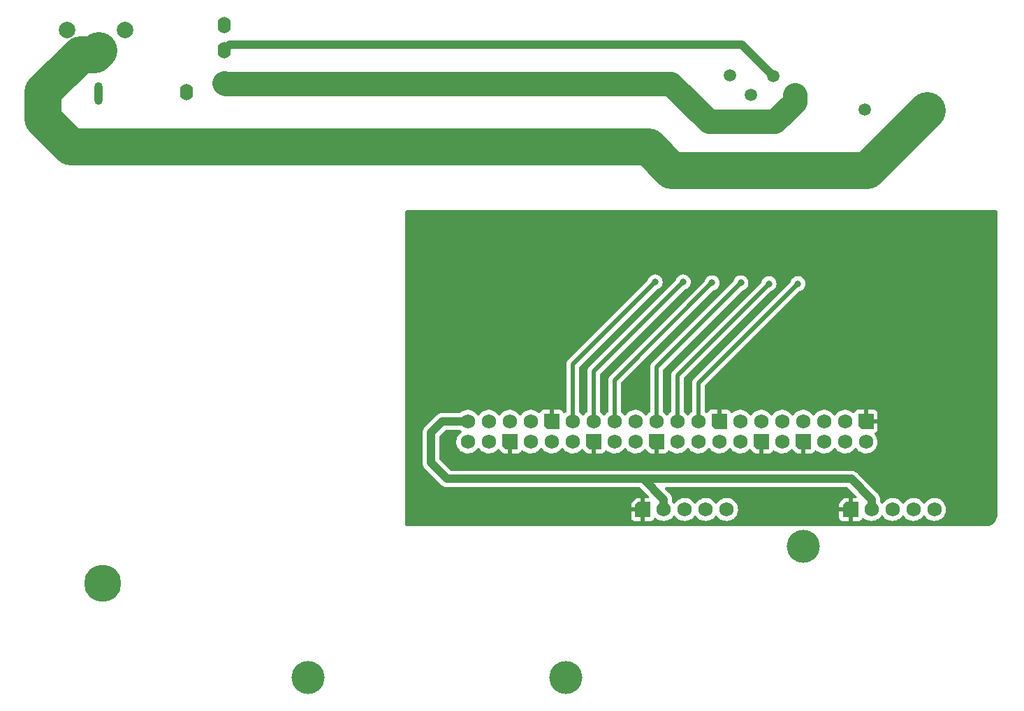
<source format=gbl>
%TF.GenerationSoftware,KiCad,Pcbnew,(6.0.4)*%
%TF.CreationDate,2022-07-25T21:25:33-05:00*%
%TF.ProjectId,SchiitBox,53636869-6974-4426-9f78-2e6b69636164,rev?*%
%TF.SameCoordinates,Original*%
%TF.FileFunction,Copper,L2,Bot*%
%TF.FilePolarity,Positive*%
%FSLAX46Y46*%
G04 Gerber Fmt 4.6, Leading zero omitted, Abs format (unit mm)*
G04 Created by KiCad (PCBNEW (6.0.4)) date 2022-07-25 21:25:33*
%MOMM*%
%LPD*%
G01*
G04 APERTURE LIST*
G04 Aperture macros list*
%AMOutline5P*
0 Free polygon, 5 corners , with rotation*
0 The origin of the aperture is its center*
0 number of corners: always 5*
0 $1 to $10 corner X, Y*
0 $11 Rotation angle, in degrees counterclockwise*
0 create outline with 5 corners*
4,1,5,$1,$2,$3,$4,$5,$6,$7,$8,$9,$10,$1,$2,$11*%
%AMOutline6P*
0 Free polygon, 6 corners , with rotation*
0 The origin of the aperture is its center*
0 number of corners: always 6*
0 $1 to $12 corner X, Y*
0 $13 Rotation angle, in degrees counterclockwise*
0 create outline with 6 corners*
4,1,6,$1,$2,$3,$4,$5,$6,$7,$8,$9,$10,$11,$12,$1,$2,$13*%
%AMOutline7P*
0 Free polygon, 7 corners , with rotation*
0 The origin of the aperture is its center*
0 number of corners: always 7*
0 $1 to $14 corner X, Y*
0 $15 Rotation angle, in degrees counterclockwise*
0 create outline with 7 corners*
4,1,7,$1,$2,$3,$4,$5,$6,$7,$8,$9,$10,$11,$12,$13,$14,$1,$2,$15*%
%AMOutline8P*
0 Free polygon, 8 corners , with rotation*
0 The origin of the aperture is its center*
0 number of corners: always 8*
0 $1 to $16 corner X, Y*
0 $17 Rotation angle, in degrees counterclockwise*
0 create outline with 8 corners*
4,1,8,$1,$2,$3,$4,$5,$6,$7,$8,$9,$10,$11,$12,$13,$14,$15,$16,$1,$2,$17*%
G04 Aperture macros list end*
%TA.AperFunction,ComponentPad*%
%ADD10C,1.752600*%
%TD*%
%TA.AperFunction,WasherPad*%
%ADD11C,4.000000*%
%TD*%
%TA.AperFunction,ComponentPad*%
%ADD12C,1.500000*%
%TD*%
%TA.AperFunction,WasherPad*%
%ADD13C,4.500000*%
%TD*%
%TA.AperFunction,ComponentPad*%
%ADD14O,1.600000X2.000000*%
%TD*%
%TA.AperFunction,WasherPad*%
%ADD15C,2.000000*%
%TD*%
%TA.AperFunction,ComponentPad*%
%ADD16O,1.000000X2.750000*%
%TD*%
%TA.AperFunction,ComponentPad*%
%ADD17O,2.750000X1.000000*%
%TD*%
%TA.AperFunction,ComponentPad*%
%ADD18Outline5P,-0.900000X0.540000X-0.540000X0.900000X0.900000X0.900000X0.900000X-0.900000X-0.900000X-0.900000X0.000000*%
%TD*%
%TA.AperFunction,ComponentPad*%
%ADD19Outline5P,-0.900000X0.900000X0.900000X0.900000X0.900000X-0.900000X-0.540000X-0.900000X-0.900000X-0.540000X0.000000*%
%TD*%
%TA.AperFunction,ViaPad*%
%ADD20C,0.800000*%
%TD*%
%TA.AperFunction,Conductor*%
%ADD21C,1.000000*%
%TD*%
%TA.AperFunction,Conductor*%
%ADD22C,3.000000*%
%TD*%
%TA.AperFunction,Conductor*%
%ADD23C,4.500000*%
%TD*%
%TA.AperFunction,Conductor*%
%ADD24C,0.500000*%
%TD*%
G04 APERTURE END LIST*
D10*
%TO.P,,clk*%
%TO.N,GPIO_14*%
X133860000Y-82000000D03*
%TD*%
D11*
%TO.P,,*%
%TO.N,*%
X118000000Y-86500000D03*
%TD*%
D12*
%TO.P,,5*%
%TO.N,-*%
X132950000Y-33550000D03*
%TD*%
D11*
%TO.P,,*%
%TO.N,*%
X89200000Y-102400000D03*
%TD*%
D12*
%TO.P,,3*%
%TO.N,g*%
X114300000Y-29400000D03*
%TD*%
D10*
%TO.P,,dt*%
%TO.N,GPIO_13*%
X131320000Y-82000000D03*
%TD*%
D13*
%TO.P,,*%
%TO.N,*%
X33000000Y-91000000D03*
%TD*%
D14*
%TO.P,J1,R1*%
%TO.N,g*%
X47800000Y-26250000D03*
%TO.P,J1,R2*%
%TO.N,w*%
X47800000Y-23250000D03*
%TO.P,J1,S*%
%TO.N,r*%
X43200000Y-31350000D03*
%TO.P,J1,T*%
%TO.N,b*%
X47800000Y-30250000D03*
%TD*%
D10*
%TO.P,,*%
%TO.N,3V3*%
X101040000Y-82000000D03*
%TD*%
%TO.P,,clk*%
%TO.N,GPIO_3*%
X108660000Y-82000000D03*
%TD*%
D12*
%TO.P,,1*%
%TO.N,r*%
X109050000Y-29300000D03*
%TD*%
D15*
%TO.P,REF\u002A\u002A,*%
%TO.N,*%
X35750000Y-23825000D03*
X28750000Y-23825000D03*
D16*
%TO.P,REF\u002A\u002A,1*%
%TO.N,+*%
X32500000Y-31500000D03*
D17*
%TO.P,REF\u002A\u002A,2*%
%TO.N,-*%
X32500000Y-26300000D03*
%TD*%
D10*
%TO.P,,*%
%TO.N,3V3*%
X126240000Y-82000000D03*
%TD*%
D12*
%TO.P,,1*%
%TO.N,+*%
X125450000Y-33500000D03*
%TD*%
%TO.P,,2*%
%TO.N,w*%
X111600000Y-31700000D03*
%TD*%
D11*
%TO.P,,*%
%TO.N,*%
X57900000Y-102400000D03*
%TD*%
D10*
%TO.P,,sw*%
%TO.N,GPIO_0*%
X103580000Y-82000000D03*
%TD*%
D18*
%TO.P,,*%
%TO.N,gnd*%
X98500000Y-82000000D03*
%TD*%
D12*
%TO.P,,5*%
%TO.N,b*%
X116950000Y-31700000D03*
%TD*%
D10*
%TO.P,,sw*%
%TO.N,GPIO_12*%
X128780000Y-82000000D03*
%TD*%
D18*
%TO.P,,*%
%TO.N,gnd*%
X123700000Y-82000000D03*
%TD*%
D10*
%TO.P,,dt*%
%TO.N,GPIO_2*%
X106120000Y-82000000D03*
%TD*%
%TO.P,REF\u002A\u002A,*%
%TO.N,GPIO_14*%
X105240000Y-71300000D03*
%TO.N,GPIO_2*%
X92540000Y-71300000D03*
%TO.N,GPIO_13*%
X102700000Y-71300000D03*
%TO.N,GPIO_0*%
X90000000Y-71300000D03*
%TO.N,GPIO_3*%
X95080000Y-71300000D03*
%TO.N,GPIO_12*%
X100160000Y-71300000D03*
%TO.N,3V3*%
X77300000Y-71300000D03*
%TO.P,REF\u002A\u002A,2*%
%TO.N,N/C*%
X79840000Y-71300000D03*
%TO.P,REF\u002A\u002A,3*%
X82380000Y-71300000D03*
X102700000Y-73800000D03*
%TO.P,REF\u002A\u002A,3v3*%
X97620000Y-71300000D03*
%TO.P,REF\u002A\u002A,4*%
X105240000Y-73800000D03*
X84920000Y-71300000D03*
X84920000Y-73800000D03*
%TO.P,REF\u002A\u002A,5*%
X107780000Y-73800000D03*
X87460000Y-73800000D03*
%TO.P,REF\u002A\u002A,6*%
X110320000Y-73800000D03*
X90000000Y-73800000D03*
X110320000Y-71300000D03*
%TO.P,REF\u002A\u002A,7*%
X112860000Y-71300000D03*
%TO.P,REF\u002A\u002A,8*%
X115400000Y-73800000D03*
X115400000Y-71300000D03*
X95080000Y-73800000D03*
%TO.P,REF\u002A\u002A,9*%
X117940000Y-71300000D03*
X97620000Y-73800000D03*
%TO.P,REF\u002A\u002A,10*%
X120480000Y-71300000D03*
X120480000Y-73800000D03*
%TO.P,REF\u002A\u002A,11*%
X123020000Y-73800000D03*
X123020000Y-71300000D03*
%TO.P,REF\u002A\u002A,12*%
X125560000Y-73800000D03*
D19*
%TO.P,REF\u002A\u002A,gnd*%
%TO.N,gnd*%
X87460000Y-71300000D03*
X125560000Y-71300000D03*
X117940000Y-73800000D03*
X100160000Y-73800000D03*
X107780000Y-71300000D03*
X92540000Y-73800000D03*
X112860000Y-73800000D03*
X82380000Y-73800000D03*
D10*
%TO.P,REF\u002A\u002A,vcc*%
%TO.N,N/C*%
X77300000Y-73800000D03*
X79840000Y-73800000D03*
%TD*%
D20*
%TO.N,GPIO_0*%
X100000000Y-54400000D03*
%TO.N,GPIO_2*%
X103400000Y-54400000D03*
%TO.N,GPIO_3*%
X106900000Y-54500000D03*
%TO.N,GPIO_12*%
X110400000Y-54500000D03*
%TO.N,GPIO_13*%
X113800000Y-54600000D03*
%TO.N,GPIO_14*%
X117300000Y-54600000D03*
%TD*%
D21*
%TO.N,g*%
X110500000Y-25600000D02*
X114300000Y-29400000D01*
X47800000Y-26250000D02*
X48450000Y-25600000D01*
X48450000Y-25600000D02*
X110500000Y-25600000D01*
D22*
%TO.N,b*%
X47900000Y-30350000D02*
X101900000Y-30350000D01*
X116950000Y-32511631D02*
X116950000Y-31700000D01*
X101900000Y-30350000D02*
X106499511Y-34949511D01*
X47800000Y-30250000D02*
X47900000Y-30350000D01*
X106499511Y-34949511D02*
X114512120Y-34949511D01*
X114512120Y-34949511D02*
X116950000Y-32511631D01*
D23*
%TO.N,-*%
X125700000Y-40800000D02*
X132950000Y-33550000D01*
X30300000Y-26800000D02*
X25800000Y-31300000D01*
X32500000Y-26300000D02*
X32000000Y-26800000D01*
X25800000Y-34600000D02*
X29150000Y-37950000D01*
X102000000Y-40800000D02*
X125700000Y-40800000D01*
X29150000Y-37950000D02*
X99150000Y-37950000D01*
X32000000Y-26800000D02*
X30300000Y-26800000D01*
X99150000Y-37950000D02*
X102000000Y-40800000D01*
X25800000Y-31300000D02*
X25800000Y-34600000D01*
D21*
%TO.N,3V3*%
X72800000Y-72700000D02*
X74200000Y-71300000D01*
X101040000Y-82000000D02*
X101040000Y-80760725D01*
X72800000Y-76300000D02*
X72800000Y-72700000D01*
X74800000Y-78300000D02*
X72800000Y-76300000D01*
X101040000Y-80760725D02*
X98579275Y-78300000D01*
X98579275Y-78300000D02*
X74800000Y-78300000D01*
X123779275Y-78300000D02*
X126240000Y-80760725D01*
X74200000Y-71300000D02*
X77300000Y-71300000D01*
X98579275Y-78300000D02*
X123779275Y-78300000D01*
X126240000Y-80760725D02*
X126240000Y-82000000D01*
D24*
%TO.N,GPIO_0*%
X90000000Y-64400000D02*
X90000000Y-71300000D01*
X100000000Y-54400000D02*
X90000000Y-64400000D01*
%TO.N,GPIO_2*%
X103400000Y-54400000D02*
X92540000Y-65260000D01*
X92540000Y-65260000D02*
X92540000Y-71300000D01*
%TO.N,GPIO_3*%
X95080000Y-66320000D02*
X95080000Y-71300000D01*
X106900000Y-54500000D02*
X95080000Y-66320000D01*
%TO.N,GPIO_12*%
X110400000Y-54500000D02*
X100160000Y-64740000D01*
X100160000Y-64740000D02*
X100160000Y-71300000D01*
%TO.N,GPIO_13*%
X113800000Y-54600000D02*
X102700000Y-65700000D01*
X102700000Y-65700000D02*
X102700000Y-71300000D01*
%TO.N,GPIO_14*%
X105240000Y-66660000D02*
X105240000Y-71300000D01*
X117300000Y-54600000D02*
X105240000Y-66660000D01*
%TD*%
%TA.AperFunction,Conductor*%
%TO.N,gnd*%
G36*
X141433621Y-45720002D02*
G01*
X141480114Y-45773658D01*
X141491500Y-45826000D01*
X141491500Y-82550633D01*
X141490000Y-82570018D01*
X141487690Y-82584851D01*
X141487690Y-82584855D01*
X141486309Y-82593724D01*
X141488304Y-82608976D01*
X141489047Y-82634302D01*
X141480434Y-82754735D01*
X141476962Y-82803279D01*
X141474404Y-82821064D01*
X141433001Y-83011392D01*
X141427937Y-83028641D01*
X141359864Y-83211150D01*
X141352396Y-83227502D01*
X141259048Y-83398458D01*
X141249328Y-83413582D01*
X141132598Y-83569514D01*
X141120825Y-83583100D01*
X140983100Y-83720825D01*
X140969514Y-83732598D01*
X140813582Y-83849328D01*
X140798457Y-83859048D01*
X140627491Y-83952402D01*
X140611155Y-83959862D01*
X140578461Y-83972057D01*
X140534433Y-83980000D01*
X69866000Y-83980000D01*
X69797879Y-83959998D01*
X69751386Y-83906342D01*
X69740000Y-83854000D01*
X69740000Y-82944669D01*
X97092001Y-82944669D01*
X97092371Y-82951490D01*
X97097895Y-83002352D01*
X97101521Y-83017604D01*
X97146676Y-83138054D01*
X97155214Y-83153649D01*
X97231715Y-83255724D01*
X97244276Y-83268285D01*
X97346351Y-83344786D01*
X97361946Y-83353324D01*
X97482394Y-83398478D01*
X97497649Y-83402105D01*
X97548514Y-83407631D01*
X97555328Y-83408000D01*
X98227885Y-83408000D01*
X98243124Y-83403525D01*
X98244329Y-83402135D01*
X98246000Y-83394452D01*
X98246000Y-82272115D01*
X98241525Y-82256876D01*
X98240135Y-82255671D01*
X98232452Y-82254000D01*
X97110116Y-82254000D01*
X97094877Y-82258475D01*
X97093672Y-82259865D01*
X97092001Y-82267548D01*
X97092001Y-82944669D01*
X69740000Y-82944669D01*
X69740000Y-81727885D01*
X97092000Y-81727885D01*
X97096475Y-81743124D01*
X97097865Y-81744329D01*
X97105548Y-81746000D01*
X98227885Y-81746000D01*
X98243124Y-81741525D01*
X98244329Y-81740135D01*
X98246000Y-81732452D01*
X98246000Y-80610116D01*
X98241525Y-80594877D01*
X98240135Y-80593672D01*
X98232452Y-80592001D01*
X97922327Y-80592001D01*
X97914408Y-80592501D01*
X97840736Y-80601839D01*
X97824575Y-80606135D01*
X97705757Y-80655473D01*
X97691324Y-80663873D01*
X97633343Y-80708929D01*
X97627456Y-80714124D01*
X97214164Y-81127416D01*
X97208899Y-81133390D01*
X97163418Y-81192076D01*
X97155024Y-81206548D01*
X97105894Y-81325450D01*
X97101629Y-81341593D01*
X97092490Y-81414448D01*
X97092000Y-81422293D01*
X97092000Y-81727885D01*
X69740000Y-81727885D01*
X69740000Y-72696462D01*
X71786626Y-72696462D01*
X71787206Y-72702593D01*
X71790941Y-72742109D01*
X71791500Y-72753967D01*
X71791500Y-76238157D01*
X71790763Y-76251764D01*
X71786676Y-76289388D01*
X71787213Y-76295523D01*
X71791050Y-76339388D01*
X71791379Y-76344214D01*
X71791500Y-76346686D01*
X71791500Y-76349769D01*
X71791801Y-76352837D01*
X71795690Y-76392506D01*
X71795812Y-76393819D01*
X71803913Y-76486413D01*
X71805400Y-76491532D01*
X71805920Y-76496833D01*
X71832791Y-76585834D01*
X71833126Y-76586967D01*
X71859091Y-76676336D01*
X71861544Y-76681068D01*
X71863084Y-76686169D01*
X71865978Y-76691612D01*
X71906731Y-76768260D01*
X71907343Y-76769426D01*
X71950108Y-76851926D01*
X71953431Y-76856089D01*
X71955934Y-76860796D01*
X72014755Y-76932918D01*
X72015446Y-76933774D01*
X72046738Y-76972973D01*
X72049242Y-76975477D01*
X72049884Y-76976195D01*
X72053585Y-76980528D01*
X72080935Y-77014062D01*
X72085682Y-77017989D01*
X72085684Y-77017991D01*
X72116262Y-77043287D01*
X72125042Y-77051277D01*
X74043145Y-78969379D01*
X74052247Y-78979522D01*
X74075968Y-79009025D01*
X74080696Y-79012992D01*
X74114421Y-79041291D01*
X74118069Y-79044472D01*
X74119881Y-79046115D01*
X74122075Y-79048309D01*
X74155349Y-79075642D01*
X74156147Y-79076304D01*
X74227474Y-79136154D01*
X74232144Y-79138722D01*
X74236261Y-79142103D01*
X74294145Y-79173140D01*
X74318086Y-79185977D01*
X74319245Y-79186606D01*
X74395381Y-79228462D01*
X74395389Y-79228465D01*
X74400787Y-79231433D01*
X74405869Y-79233045D01*
X74410563Y-79235562D01*
X74499531Y-79262762D01*
X74500559Y-79263082D01*
X74589306Y-79291235D01*
X74594602Y-79291829D01*
X74599698Y-79293387D01*
X74692257Y-79302790D01*
X74693393Y-79302911D01*
X74727008Y-79306681D01*
X74739730Y-79308108D01*
X74739734Y-79308108D01*
X74743227Y-79308500D01*
X74746754Y-79308500D01*
X74747739Y-79308555D01*
X74753419Y-79309002D01*
X74782825Y-79311989D01*
X74790337Y-79312752D01*
X74790339Y-79312752D01*
X74796462Y-79313374D01*
X74842108Y-79309059D01*
X74853967Y-79308500D01*
X98109350Y-79308500D01*
X98177471Y-79328502D01*
X98198445Y-79345405D01*
X99063112Y-80210071D01*
X99229946Y-80376905D01*
X99263971Y-80439217D01*
X99258907Y-80510032D01*
X99216360Y-80566868D01*
X99149840Y-80591679D01*
X99140851Y-80592000D01*
X98772115Y-80592000D01*
X98756876Y-80596475D01*
X98755671Y-80597865D01*
X98754000Y-80605548D01*
X98754000Y-83389884D01*
X98758475Y-83405123D01*
X98759865Y-83406328D01*
X98767548Y-83407999D01*
X99444669Y-83407999D01*
X99451490Y-83407629D01*
X99502352Y-83402105D01*
X99517604Y-83398479D01*
X99638054Y-83353324D01*
X99653649Y-83344786D01*
X99755724Y-83268285D01*
X99768285Y-83255724D01*
X99844786Y-83153649D01*
X99853324Y-83138054D01*
X99883580Y-83057347D01*
X99926222Y-83000583D01*
X99992783Y-82975883D01*
X100062132Y-82991091D01*
X100082042Y-83004629D01*
X100242989Y-83138249D01*
X100247441Y-83140851D01*
X100247446Y-83140854D01*
X100382188Y-83219591D01*
X100439597Y-83253138D01*
X100652329Y-83334372D01*
X100657395Y-83335403D01*
X100657396Y-83335403D01*
X100703515Y-83344786D01*
X100875472Y-83379771D01*
X101003288Y-83384458D01*
X101097870Y-83387927D01*
X101097875Y-83387927D01*
X101103034Y-83388116D01*
X101108154Y-83387460D01*
X101108156Y-83387460D01*
X101180344Y-83378212D01*
X101328903Y-83359181D01*
X101333852Y-83357696D01*
X101333858Y-83357695D01*
X101460204Y-83319789D01*
X101547013Y-83293745D01*
X101751507Y-83193564D01*
X101755711Y-83190566D01*
X101755715Y-83190563D01*
X101833683Y-83134949D01*
X101936893Y-83061330D01*
X102098193Y-82900592D01*
X102208528Y-82747044D01*
X102264523Y-82703396D01*
X102335226Y-82696950D01*
X102398191Y-82729753D01*
X102418283Y-82754735D01*
X102455989Y-82816264D01*
X102455992Y-82816269D01*
X102458692Y-82820674D01*
X102607786Y-82992793D01*
X102782989Y-83138249D01*
X102787441Y-83140851D01*
X102787446Y-83140854D01*
X102922188Y-83219591D01*
X102979597Y-83253138D01*
X103192329Y-83334372D01*
X103197395Y-83335403D01*
X103197396Y-83335403D01*
X103243515Y-83344786D01*
X103415472Y-83379771D01*
X103543288Y-83384458D01*
X103637870Y-83387927D01*
X103637875Y-83387927D01*
X103643034Y-83388116D01*
X103648154Y-83387460D01*
X103648156Y-83387460D01*
X103720344Y-83378212D01*
X103868903Y-83359181D01*
X103873852Y-83357696D01*
X103873858Y-83357695D01*
X104000204Y-83319789D01*
X104087013Y-83293745D01*
X104291507Y-83193564D01*
X104295711Y-83190566D01*
X104295715Y-83190563D01*
X104373683Y-83134949D01*
X104476893Y-83061330D01*
X104638193Y-82900592D01*
X104748528Y-82747044D01*
X104804523Y-82703396D01*
X104875226Y-82696950D01*
X104938191Y-82729753D01*
X104958283Y-82754735D01*
X104995989Y-82816264D01*
X104995992Y-82816269D01*
X104998692Y-82820674D01*
X105147786Y-82992793D01*
X105322989Y-83138249D01*
X105327441Y-83140851D01*
X105327446Y-83140854D01*
X105462188Y-83219591D01*
X105519597Y-83253138D01*
X105732329Y-83334372D01*
X105737395Y-83335403D01*
X105737396Y-83335403D01*
X105783515Y-83344786D01*
X105955472Y-83379771D01*
X106083288Y-83384458D01*
X106177870Y-83387927D01*
X106177875Y-83387927D01*
X106183034Y-83388116D01*
X106188154Y-83387460D01*
X106188156Y-83387460D01*
X106260344Y-83378212D01*
X106408903Y-83359181D01*
X106413852Y-83357696D01*
X106413858Y-83357695D01*
X106540204Y-83319789D01*
X106627013Y-83293745D01*
X106831507Y-83193564D01*
X106835711Y-83190566D01*
X106835715Y-83190563D01*
X106913683Y-83134949D01*
X107016893Y-83061330D01*
X107178193Y-82900592D01*
X107288528Y-82747044D01*
X107344523Y-82703396D01*
X107415226Y-82696950D01*
X107478191Y-82729753D01*
X107498283Y-82754735D01*
X107535989Y-82816264D01*
X107535992Y-82816269D01*
X107538692Y-82820674D01*
X107687786Y-82992793D01*
X107862989Y-83138249D01*
X107867441Y-83140851D01*
X107867446Y-83140854D01*
X108002188Y-83219591D01*
X108059597Y-83253138D01*
X108272329Y-83334372D01*
X108277395Y-83335403D01*
X108277396Y-83335403D01*
X108323515Y-83344786D01*
X108495472Y-83379771D01*
X108623288Y-83384458D01*
X108717870Y-83387927D01*
X108717875Y-83387927D01*
X108723034Y-83388116D01*
X108728154Y-83387460D01*
X108728156Y-83387460D01*
X108800344Y-83378212D01*
X108948903Y-83359181D01*
X108953852Y-83357696D01*
X108953858Y-83357695D01*
X109080204Y-83319789D01*
X109167013Y-83293745D01*
X109371507Y-83193564D01*
X109375711Y-83190566D01*
X109375715Y-83190563D01*
X109453683Y-83134949D01*
X109556893Y-83061330D01*
X109673962Y-82944669D01*
X122292001Y-82944669D01*
X122292371Y-82951490D01*
X122297895Y-83002352D01*
X122301521Y-83017604D01*
X122346676Y-83138054D01*
X122355214Y-83153649D01*
X122431715Y-83255724D01*
X122444276Y-83268285D01*
X122546351Y-83344786D01*
X122561946Y-83353324D01*
X122682394Y-83398478D01*
X122697649Y-83402105D01*
X122748514Y-83407631D01*
X122755328Y-83408000D01*
X123427885Y-83408000D01*
X123443124Y-83403525D01*
X123444329Y-83402135D01*
X123446000Y-83394452D01*
X123446000Y-82272115D01*
X123441525Y-82256876D01*
X123440135Y-82255671D01*
X123432452Y-82254000D01*
X122310116Y-82254000D01*
X122294877Y-82258475D01*
X122293672Y-82259865D01*
X122292001Y-82267548D01*
X122292001Y-82944669D01*
X109673962Y-82944669D01*
X109718193Y-82900592D01*
X109851073Y-82715669D01*
X109897563Y-82621605D01*
X109949673Y-82516168D01*
X109949674Y-82516166D01*
X109951967Y-82511526D01*
X110018164Y-82293646D01*
X110021600Y-82267548D01*
X110047450Y-82071201D01*
X110047451Y-82071194D01*
X110047887Y-82067879D01*
X110049546Y-82000000D01*
X110042179Y-81910393D01*
X110031311Y-81778202D01*
X110031310Y-81778196D01*
X110030887Y-81773051D01*
X110019542Y-81727885D01*
X122292000Y-81727885D01*
X122296475Y-81743124D01*
X122297865Y-81744329D01*
X122305548Y-81746000D01*
X123427885Y-81746000D01*
X123443124Y-81741525D01*
X123444329Y-81740135D01*
X123446000Y-81732452D01*
X123446000Y-80610116D01*
X123441525Y-80594877D01*
X123440135Y-80593672D01*
X123432452Y-80592001D01*
X123122327Y-80592001D01*
X123114408Y-80592501D01*
X123040736Y-80601839D01*
X123024575Y-80606135D01*
X122905757Y-80655473D01*
X122891324Y-80663873D01*
X122833343Y-80708929D01*
X122827456Y-80714124D01*
X122414164Y-81127416D01*
X122408899Y-81133390D01*
X122363418Y-81192076D01*
X122355024Y-81206548D01*
X122305894Y-81325450D01*
X122301629Y-81341593D01*
X122292490Y-81414448D01*
X122292000Y-81422293D01*
X122292000Y-81727885D01*
X110019542Y-81727885D01*
X109975413Y-81552197D01*
X109961497Y-81520192D01*
X109886672Y-81348106D01*
X109886670Y-81348103D01*
X109884612Y-81343369D01*
X109804459Y-81219472D01*
X109763731Y-81156515D01*
X109763729Y-81156512D01*
X109760923Y-81152175D01*
X109607668Y-80983750D01*
X109428963Y-80842618D01*
X109229607Y-80732567D01*
X109046164Y-80667606D01*
X109019829Y-80658280D01*
X109019825Y-80658279D01*
X109014954Y-80656554D01*
X109009861Y-80655647D01*
X109009858Y-80655646D01*
X108795857Y-80617527D01*
X108795851Y-80617526D01*
X108790768Y-80616621D01*
X108703698Y-80615557D01*
X108568239Y-80613902D01*
X108568237Y-80613902D01*
X108563070Y-80613839D01*
X108337976Y-80648283D01*
X108121529Y-80719029D01*
X108116937Y-80721419D01*
X108116938Y-80721419D01*
X108021047Y-80771337D01*
X107919544Y-80824176D01*
X107915411Y-80827279D01*
X107915408Y-80827281D01*
X107741579Y-80957795D01*
X107737444Y-80960900D01*
X107580120Y-81125530D01*
X107564555Y-81148348D01*
X107493784Y-81252094D01*
X107438873Y-81297096D01*
X107368348Y-81305267D01*
X107304601Y-81274013D01*
X107283904Y-81249529D01*
X107223731Y-81156515D01*
X107223729Y-81156512D01*
X107220923Y-81152175D01*
X107067668Y-80983750D01*
X106888963Y-80842618D01*
X106689607Y-80732567D01*
X106506164Y-80667606D01*
X106479829Y-80658280D01*
X106479825Y-80658279D01*
X106474954Y-80656554D01*
X106469861Y-80655647D01*
X106469858Y-80655646D01*
X106255857Y-80617527D01*
X106255851Y-80617526D01*
X106250768Y-80616621D01*
X106163698Y-80615557D01*
X106028239Y-80613902D01*
X106028237Y-80613902D01*
X106023070Y-80613839D01*
X105797976Y-80648283D01*
X105581529Y-80719029D01*
X105576937Y-80721419D01*
X105576938Y-80721419D01*
X105481047Y-80771337D01*
X105379544Y-80824176D01*
X105375411Y-80827279D01*
X105375408Y-80827281D01*
X105201579Y-80957795D01*
X105197444Y-80960900D01*
X105040120Y-81125530D01*
X105024555Y-81148348D01*
X104953784Y-81252094D01*
X104898873Y-81297096D01*
X104828348Y-81305267D01*
X104764601Y-81274013D01*
X104743904Y-81249529D01*
X104683731Y-81156515D01*
X104683729Y-81156512D01*
X104680923Y-81152175D01*
X104527668Y-80983750D01*
X104348963Y-80842618D01*
X104149607Y-80732567D01*
X103966164Y-80667606D01*
X103939829Y-80658280D01*
X103939825Y-80658279D01*
X103934954Y-80656554D01*
X103929861Y-80655647D01*
X103929858Y-80655646D01*
X103715857Y-80617527D01*
X103715851Y-80617526D01*
X103710768Y-80616621D01*
X103623698Y-80615557D01*
X103488239Y-80613902D01*
X103488237Y-80613902D01*
X103483070Y-80613839D01*
X103257976Y-80648283D01*
X103041529Y-80719029D01*
X103036937Y-80721419D01*
X103036938Y-80721419D01*
X102941047Y-80771337D01*
X102839544Y-80824176D01*
X102835411Y-80827279D01*
X102835408Y-80827281D01*
X102661579Y-80957795D01*
X102657444Y-80960900D01*
X102500120Y-81125530D01*
X102484555Y-81148348D01*
X102413784Y-81252094D01*
X102358873Y-81297096D01*
X102288348Y-81305267D01*
X102224601Y-81274013D01*
X102203904Y-81249529D01*
X102143733Y-81156519D01*
X102140923Y-81152175D01*
X102081306Y-81086656D01*
X102050254Y-81022810D01*
X102048500Y-81001857D01*
X102048500Y-80822575D01*
X102049237Y-80808967D01*
X102052659Y-80777464D01*
X102053325Y-80771337D01*
X102048947Y-80721295D01*
X102048621Y-80716513D01*
X102048500Y-80714035D01*
X102048500Y-80710956D01*
X102048201Y-80707902D01*
X102048200Y-80707891D01*
X102044313Y-80668254D01*
X102044191Y-80666940D01*
X102039783Y-80616558D01*
X102036087Y-80574312D01*
X102034600Y-80569193D01*
X102034080Y-80563892D01*
X102007209Y-80474891D01*
X102006874Y-80473758D01*
X101982630Y-80390311D01*
X101982628Y-80390307D01*
X101980909Y-80384389D01*
X101978456Y-80379657D01*
X101976916Y-80374556D01*
X101933269Y-80292465D01*
X101932657Y-80291299D01*
X101892729Y-80214272D01*
X101889892Y-80208799D01*
X101886569Y-80204636D01*
X101884066Y-80199929D01*
X101825261Y-80127827D01*
X101824433Y-80126800D01*
X101795469Y-80090517D01*
X101795464Y-80090512D01*
X101793262Y-80087753D01*
X101790761Y-80085252D01*
X101790119Y-80084534D01*
X101786406Y-80080186D01*
X101778642Y-80070666D01*
X101759065Y-80046663D01*
X101754323Y-80042740D01*
X101754321Y-80042738D01*
X101723727Y-80017428D01*
X101714947Y-80009438D01*
X101229104Y-79523595D01*
X101195078Y-79461283D01*
X101200143Y-79390468D01*
X101242690Y-79333632D01*
X101309210Y-79308821D01*
X101318199Y-79308500D01*
X123309350Y-79308500D01*
X123377471Y-79328502D01*
X123398445Y-79345405D01*
X124263112Y-80210071D01*
X124429946Y-80376905D01*
X124463971Y-80439217D01*
X124458907Y-80510032D01*
X124416360Y-80566868D01*
X124349840Y-80591679D01*
X124340851Y-80592000D01*
X123972115Y-80592000D01*
X123956876Y-80596475D01*
X123955671Y-80597865D01*
X123954000Y-80605548D01*
X123954000Y-83389884D01*
X123958475Y-83405123D01*
X123959865Y-83406328D01*
X123967548Y-83407999D01*
X124644669Y-83407999D01*
X124651490Y-83407629D01*
X124702352Y-83402105D01*
X124717604Y-83398479D01*
X124838054Y-83353324D01*
X124853649Y-83344786D01*
X124955724Y-83268285D01*
X124968285Y-83255724D01*
X125044786Y-83153649D01*
X125053324Y-83138054D01*
X125083580Y-83057347D01*
X125126222Y-83000583D01*
X125192783Y-82975883D01*
X125262132Y-82991091D01*
X125282042Y-83004629D01*
X125442989Y-83138249D01*
X125447441Y-83140851D01*
X125447446Y-83140854D01*
X125582188Y-83219591D01*
X125639597Y-83253138D01*
X125852329Y-83334372D01*
X125857395Y-83335403D01*
X125857396Y-83335403D01*
X125903515Y-83344786D01*
X126075472Y-83379771D01*
X126203288Y-83384458D01*
X126297870Y-83387927D01*
X126297875Y-83387927D01*
X126303034Y-83388116D01*
X126308154Y-83387460D01*
X126308156Y-83387460D01*
X126380344Y-83378212D01*
X126528903Y-83359181D01*
X126533852Y-83357696D01*
X126533858Y-83357695D01*
X126660204Y-83319789D01*
X126747013Y-83293745D01*
X126951507Y-83193564D01*
X126955711Y-83190566D01*
X126955715Y-83190563D01*
X127033683Y-83134949D01*
X127136893Y-83061330D01*
X127298193Y-82900592D01*
X127408528Y-82747044D01*
X127464523Y-82703396D01*
X127535226Y-82696950D01*
X127598191Y-82729753D01*
X127618283Y-82754735D01*
X127655989Y-82816264D01*
X127655992Y-82816269D01*
X127658692Y-82820674D01*
X127807786Y-82992793D01*
X127982989Y-83138249D01*
X127987441Y-83140851D01*
X127987446Y-83140854D01*
X128122188Y-83219591D01*
X128179597Y-83253138D01*
X128392329Y-83334372D01*
X128397395Y-83335403D01*
X128397396Y-83335403D01*
X128443515Y-83344786D01*
X128615472Y-83379771D01*
X128743288Y-83384458D01*
X128837870Y-83387927D01*
X128837875Y-83387927D01*
X128843034Y-83388116D01*
X128848154Y-83387460D01*
X128848156Y-83387460D01*
X128920344Y-83378212D01*
X129068903Y-83359181D01*
X129073852Y-83357696D01*
X129073858Y-83357695D01*
X129200204Y-83319789D01*
X129287013Y-83293745D01*
X129491507Y-83193564D01*
X129495711Y-83190566D01*
X129495715Y-83190563D01*
X129573683Y-83134949D01*
X129676893Y-83061330D01*
X129838193Y-82900592D01*
X129948528Y-82747044D01*
X130004523Y-82703396D01*
X130075226Y-82696950D01*
X130138191Y-82729753D01*
X130158283Y-82754735D01*
X130195989Y-82816264D01*
X130195992Y-82816269D01*
X130198692Y-82820674D01*
X130347786Y-82992793D01*
X130522989Y-83138249D01*
X130527441Y-83140851D01*
X130527446Y-83140854D01*
X130662188Y-83219591D01*
X130719597Y-83253138D01*
X130932329Y-83334372D01*
X130937395Y-83335403D01*
X130937396Y-83335403D01*
X130983515Y-83344786D01*
X131155472Y-83379771D01*
X131283288Y-83384458D01*
X131377870Y-83387927D01*
X131377875Y-83387927D01*
X131383034Y-83388116D01*
X131388154Y-83387460D01*
X131388156Y-83387460D01*
X131460344Y-83378212D01*
X131608903Y-83359181D01*
X131613852Y-83357696D01*
X131613858Y-83357695D01*
X131740204Y-83319789D01*
X131827013Y-83293745D01*
X132031507Y-83193564D01*
X132035711Y-83190566D01*
X132035715Y-83190563D01*
X132113683Y-83134949D01*
X132216893Y-83061330D01*
X132378193Y-82900592D01*
X132488528Y-82747044D01*
X132544523Y-82703396D01*
X132615226Y-82696950D01*
X132678191Y-82729753D01*
X132698283Y-82754735D01*
X132735989Y-82816264D01*
X132735992Y-82816269D01*
X132738692Y-82820674D01*
X132887786Y-82992793D01*
X133062989Y-83138249D01*
X133067441Y-83140851D01*
X133067446Y-83140854D01*
X133202188Y-83219591D01*
X133259597Y-83253138D01*
X133472329Y-83334372D01*
X133477395Y-83335403D01*
X133477396Y-83335403D01*
X133523515Y-83344786D01*
X133695472Y-83379771D01*
X133823288Y-83384458D01*
X133917870Y-83387927D01*
X133917875Y-83387927D01*
X133923034Y-83388116D01*
X133928154Y-83387460D01*
X133928156Y-83387460D01*
X134000344Y-83378212D01*
X134148903Y-83359181D01*
X134153852Y-83357696D01*
X134153858Y-83357695D01*
X134280204Y-83319789D01*
X134367013Y-83293745D01*
X134571507Y-83193564D01*
X134575711Y-83190566D01*
X134575715Y-83190563D01*
X134653683Y-83134949D01*
X134756893Y-83061330D01*
X134918193Y-82900592D01*
X135051073Y-82715669D01*
X135097563Y-82621605D01*
X135149673Y-82516168D01*
X135149674Y-82516166D01*
X135151967Y-82511526D01*
X135218164Y-82293646D01*
X135221600Y-82267548D01*
X135247450Y-82071201D01*
X135247451Y-82071194D01*
X135247887Y-82067879D01*
X135249546Y-82000000D01*
X135242179Y-81910393D01*
X135231311Y-81778202D01*
X135231310Y-81778196D01*
X135230887Y-81773051D01*
X135175413Y-81552197D01*
X135161497Y-81520192D01*
X135086672Y-81348106D01*
X135086670Y-81348103D01*
X135084612Y-81343369D01*
X135004459Y-81219472D01*
X134963731Y-81156515D01*
X134963729Y-81156512D01*
X134960923Y-81152175D01*
X134807668Y-80983750D01*
X134628963Y-80842618D01*
X134429607Y-80732567D01*
X134246164Y-80667606D01*
X134219829Y-80658280D01*
X134219825Y-80658279D01*
X134214954Y-80656554D01*
X134209861Y-80655647D01*
X134209858Y-80655646D01*
X133995857Y-80617527D01*
X133995851Y-80617526D01*
X133990768Y-80616621D01*
X133903698Y-80615557D01*
X133768239Y-80613902D01*
X133768237Y-80613902D01*
X133763070Y-80613839D01*
X133537976Y-80648283D01*
X133321529Y-80719029D01*
X133316937Y-80721419D01*
X133316938Y-80721419D01*
X133221047Y-80771337D01*
X133119544Y-80824176D01*
X133115411Y-80827279D01*
X133115408Y-80827281D01*
X132941579Y-80957795D01*
X132937444Y-80960900D01*
X132780120Y-81125530D01*
X132764555Y-81148348D01*
X132693784Y-81252094D01*
X132638873Y-81297096D01*
X132568348Y-81305267D01*
X132504601Y-81274013D01*
X132483904Y-81249529D01*
X132423731Y-81156515D01*
X132423729Y-81156512D01*
X132420923Y-81152175D01*
X132267668Y-80983750D01*
X132088963Y-80842618D01*
X131889607Y-80732567D01*
X131706164Y-80667606D01*
X131679829Y-80658280D01*
X131679825Y-80658279D01*
X131674954Y-80656554D01*
X131669861Y-80655647D01*
X131669858Y-80655646D01*
X131455857Y-80617527D01*
X131455851Y-80617526D01*
X131450768Y-80616621D01*
X131363698Y-80615557D01*
X131228239Y-80613902D01*
X131228237Y-80613902D01*
X131223070Y-80613839D01*
X130997976Y-80648283D01*
X130781529Y-80719029D01*
X130776937Y-80721419D01*
X130776938Y-80721419D01*
X130681047Y-80771337D01*
X130579544Y-80824176D01*
X130575411Y-80827279D01*
X130575408Y-80827281D01*
X130401579Y-80957795D01*
X130397444Y-80960900D01*
X130240120Y-81125530D01*
X130224555Y-81148348D01*
X130153784Y-81252094D01*
X130098873Y-81297096D01*
X130028348Y-81305267D01*
X129964601Y-81274013D01*
X129943904Y-81249529D01*
X129883731Y-81156515D01*
X129883729Y-81156512D01*
X129880923Y-81152175D01*
X129727668Y-80983750D01*
X129548963Y-80842618D01*
X129349607Y-80732567D01*
X129166164Y-80667606D01*
X129139829Y-80658280D01*
X129139825Y-80658279D01*
X129134954Y-80656554D01*
X129129861Y-80655647D01*
X129129858Y-80655646D01*
X128915857Y-80617527D01*
X128915851Y-80617526D01*
X128910768Y-80616621D01*
X128823698Y-80615557D01*
X128688239Y-80613902D01*
X128688237Y-80613902D01*
X128683070Y-80613839D01*
X128457976Y-80648283D01*
X128241529Y-80719029D01*
X128236937Y-80721419D01*
X128236938Y-80721419D01*
X128141047Y-80771337D01*
X128039544Y-80824176D01*
X128035411Y-80827279D01*
X128035408Y-80827281D01*
X127861579Y-80957795D01*
X127857444Y-80960900D01*
X127700120Y-81125530D01*
X127684555Y-81148348D01*
X127613784Y-81252094D01*
X127558873Y-81297096D01*
X127488348Y-81305267D01*
X127424601Y-81274013D01*
X127403904Y-81249529D01*
X127343733Y-81156519D01*
X127340923Y-81152175D01*
X127281306Y-81086656D01*
X127250254Y-81022810D01*
X127248500Y-81001857D01*
X127248500Y-80822575D01*
X127249237Y-80808967D01*
X127252659Y-80777464D01*
X127253325Y-80771337D01*
X127248947Y-80721295D01*
X127248621Y-80716513D01*
X127248500Y-80714035D01*
X127248500Y-80710956D01*
X127248201Y-80707902D01*
X127248200Y-80707891D01*
X127244313Y-80668254D01*
X127244191Y-80666940D01*
X127239783Y-80616558D01*
X127236087Y-80574312D01*
X127234600Y-80569193D01*
X127234080Y-80563892D01*
X127207209Y-80474891D01*
X127206874Y-80473758D01*
X127182630Y-80390311D01*
X127182628Y-80390307D01*
X127180909Y-80384389D01*
X127178456Y-80379657D01*
X127176916Y-80374556D01*
X127133269Y-80292465D01*
X127132657Y-80291299D01*
X127092729Y-80214272D01*
X127089892Y-80208799D01*
X127086569Y-80204636D01*
X127084066Y-80199929D01*
X127025261Y-80127827D01*
X127024433Y-80126800D01*
X126995469Y-80090517D01*
X126995464Y-80090512D01*
X126993262Y-80087753D01*
X126990761Y-80085252D01*
X126990119Y-80084534D01*
X126986406Y-80080186D01*
X126978642Y-80070666D01*
X126959065Y-80046663D01*
X126954323Y-80042740D01*
X126954321Y-80042738D01*
X126923727Y-80017428D01*
X126914947Y-80009438D01*
X124536130Y-77630621D01*
X124527028Y-77620478D01*
X124507172Y-77595782D01*
X124503307Y-77590975D01*
X124464853Y-77558708D01*
X124461206Y-77555528D01*
X124459394Y-77553885D01*
X124457200Y-77551691D01*
X124423926Y-77524358D01*
X124423128Y-77523696D01*
X124351801Y-77463846D01*
X124347131Y-77461278D01*
X124343014Y-77457897D01*
X124261189Y-77414023D01*
X124260030Y-77413394D01*
X124183894Y-77371538D01*
X124183886Y-77371535D01*
X124178488Y-77368567D01*
X124173406Y-77366955D01*
X124168712Y-77364438D01*
X124079744Y-77337238D01*
X124078716Y-77336918D01*
X123989969Y-77308765D01*
X123984673Y-77308171D01*
X123979577Y-77306613D01*
X123887018Y-77297210D01*
X123885882Y-77297089D01*
X123852267Y-77293319D01*
X123839545Y-77291892D01*
X123839541Y-77291892D01*
X123836048Y-77291500D01*
X123832521Y-77291500D01*
X123831536Y-77291445D01*
X123825856Y-77290998D01*
X123796450Y-77288011D01*
X123788938Y-77287248D01*
X123788936Y-77287248D01*
X123782813Y-77286626D01*
X123740534Y-77290623D01*
X123737166Y-77290941D01*
X123725308Y-77291500D01*
X98637179Y-77291500D01*
X98624446Y-77290855D01*
X98588941Y-77287248D01*
X98588936Y-77287248D01*
X98582813Y-77286626D01*
X98540534Y-77290623D01*
X98537166Y-77290941D01*
X98525308Y-77291500D01*
X75269925Y-77291500D01*
X75201804Y-77271498D01*
X75180830Y-77254595D01*
X73845405Y-75919171D01*
X73811380Y-75856859D01*
X73808500Y-75830076D01*
X73808500Y-73169926D01*
X73828502Y-73101805D01*
X73845404Y-73080831D01*
X74580829Y-72345405D01*
X74643142Y-72311380D01*
X74669925Y-72308500D01*
X76301218Y-72308500D01*
X76369339Y-72328502D01*
X76381702Y-72337555D01*
X76502989Y-72438249D01*
X76507447Y-72440854D01*
X76510303Y-72442523D01*
X76511224Y-72443499D01*
X76511691Y-72443826D01*
X76511623Y-72443922D01*
X76559028Y-72494160D01*
X76572101Y-72563943D01*
X76545372Y-72629716D01*
X76522395Y-72652068D01*
X76377444Y-72760900D01*
X76220120Y-72925530D01*
X76217209Y-72929798D01*
X76217205Y-72929803D01*
X76145928Y-73034292D01*
X76091797Y-73113645D01*
X75995921Y-73320192D01*
X75935067Y-73539625D01*
X75910869Y-73766050D01*
X75911166Y-73771202D01*
X75911166Y-73771206D01*
X75915983Y-73854740D01*
X75923977Y-73993387D01*
X75974039Y-74215531D01*
X75975983Y-74220317D01*
X75975984Y-74220322D01*
X76057767Y-74421728D01*
X76059711Y-74426515D01*
X76133571Y-74547044D01*
X76175990Y-74616264D01*
X76178692Y-74620674D01*
X76327786Y-74792793D01*
X76502989Y-74938249D01*
X76507441Y-74940851D01*
X76507446Y-74940854D01*
X76601540Y-74995838D01*
X76699597Y-75053138D01*
X76912329Y-75134372D01*
X76917395Y-75135403D01*
X76917396Y-75135403D01*
X76923191Y-75136582D01*
X77135472Y-75179771D01*
X77263288Y-75184458D01*
X77357870Y-75187927D01*
X77357875Y-75187927D01*
X77363034Y-75188116D01*
X77368154Y-75187460D01*
X77368156Y-75187460D01*
X77440344Y-75178212D01*
X77588903Y-75159181D01*
X77593852Y-75157696D01*
X77593858Y-75157695D01*
X77720204Y-75119789D01*
X77807013Y-75093745D01*
X78011507Y-74993564D01*
X78015711Y-74990566D01*
X78015715Y-74990563D01*
X78093683Y-74934949D01*
X78196893Y-74861330D01*
X78358193Y-74700592D01*
X78468528Y-74547044D01*
X78524523Y-74503396D01*
X78595226Y-74496950D01*
X78658191Y-74529753D01*
X78678283Y-74554735D01*
X78715989Y-74616264D01*
X78715992Y-74616269D01*
X78718692Y-74620674D01*
X78867786Y-74792793D01*
X79042989Y-74938249D01*
X79047441Y-74940851D01*
X79047446Y-74940854D01*
X79141540Y-74995838D01*
X79239597Y-75053138D01*
X79452329Y-75134372D01*
X79457395Y-75135403D01*
X79457396Y-75135403D01*
X79463191Y-75136582D01*
X79675472Y-75179771D01*
X79803288Y-75184458D01*
X79897870Y-75187927D01*
X79897875Y-75187927D01*
X79903034Y-75188116D01*
X79908154Y-75187460D01*
X79908156Y-75187460D01*
X79980344Y-75178212D01*
X80128903Y-75159181D01*
X80133852Y-75157696D01*
X80133858Y-75157695D01*
X80260204Y-75119789D01*
X80347013Y-75093745D01*
X80551507Y-74993564D01*
X80555711Y-74990566D01*
X80555715Y-74990563D01*
X80633683Y-74934949D01*
X80736893Y-74861330D01*
X80898193Y-74700592D01*
X80901209Y-74696395D01*
X80901216Y-74696387D01*
X80905301Y-74690702D01*
X80961297Y-74647056D01*
X81032000Y-74640612D01*
X81096716Y-74675136D01*
X81507416Y-75085836D01*
X81513390Y-75091101D01*
X81572076Y-75136582D01*
X81586548Y-75144976D01*
X81705450Y-75194106D01*
X81721593Y-75198371D01*
X81794448Y-75207510D01*
X81802293Y-75208000D01*
X82107885Y-75208000D01*
X82123124Y-75203525D01*
X82124329Y-75202135D01*
X82126000Y-75194452D01*
X82126000Y-73672000D01*
X82146002Y-73603879D01*
X82199658Y-73557386D01*
X82252000Y-73546000D01*
X82508000Y-73546000D01*
X82576121Y-73566002D01*
X82622614Y-73619658D01*
X82634000Y-73672000D01*
X82634000Y-75189884D01*
X82638475Y-75205123D01*
X82639865Y-75206328D01*
X82647548Y-75207999D01*
X83324669Y-75207999D01*
X83331490Y-75207629D01*
X83382352Y-75202105D01*
X83397604Y-75198479D01*
X83518054Y-75153324D01*
X83533649Y-75144786D01*
X83635724Y-75068285D01*
X83648285Y-75055724D01*
X83724786Y-74953649D01*
X83733324Y-74938054D01*
X83763580Y-74857347D01*
X83806222Y-74800583D01*
X83872783Y-74775883D01*
X83942132Y-74791091D01*
X83962042Y-74804629D01*
X84122989Y-74938249D01*
X84127441Y-74940851D01*
X84127446Y-74940854D01*
X84221540Y-74995838D01*
X84319597Y-75053138D01*
X84532329Y-75134372D01*
X84537395Y-75135403D01*
X84537396Y-75135403D01*
X84543191Y-75136582D01*
X84755472Y-75179771D01*
X84883288Y-75184458D01*
X84977870Y-75187927D01*
X84977875Y-75187927D01*
X84983034Y-75188116D01*
X84988154Y-75187460D01*
X84988156Y-75187460D01*
X85060344Y-75178212D01*
X85208903Y-75159181D01*
X85213852Y-75157696D01*
X85213858Y-75157695D01*
X85340204Y-75119789D01*
X85427013Y-75093745D01*
X85631507Y-74993564D01*
X85635711Y-74990566D01*
X85635715Y-74990563D01*
X85713683Y-74934949D01*
X85816893Y-74861330D01*
X85978193Y-74700592D01*
X86088528Y-74547044D01*
X86144523Y-74503396D01*
X86215226Y-74496950D01*
X86278191Y-74529753D01*
X86298283Y-74554735D01*
X86335989Y-74616264D01*
X86335992Y-74616269D01*
X86338692Y-74620674D01*
X86487786Y-74792793D01*
X86662989Y-74938249D01*
X86667441Y-74940851D01*
X86667446Y-74940854D01*
X86761540Y-74995838D01*
X86859597Y-75053138D01*
X87072329Y-75134372D01*
X87077395Y-75135403D01*
X87077396Y-75135403D01*
X87083191Y-75136582D01*
X87295472Y-75179771D01*
X87423288Y-75184458D01*
X87517870Y-75187927D01*
X87517875Y-75187927D01*
X87523034Y-75188116D01*
X87528154Y-75187460D01*
X87528156Y-75187460D01*
X87600344Y-75178212D01*
X87748903Y-75159181D01*
X87753852Y-75157696D01*
X87753858Y-75157695D01*
X87880204Y-75119789D01*
X87967013Y-75093745D01*
X88171507Y-74993564D01*
X88175711Y-74990566D01*
X88175715Y-74990563D01*
X88253683Y-74934949D01*
X88356893Y-74861330D01*
X88518193Y-74700592D01*
X88628528Y-74547044D01*
X88684523Y-74503396D01*
X88755226Y-74496950D01*
X88818191Y-74529753D01*
X88838283Y-74554735D01*
X88875989Y-74616264D01*
X88875992Y-74616269D01*
X88878692Y-74620674D01*
X89027786Y-74792793D01*
X89202989Y-74938249D01*
X89207441Y-74940851D01*
X89207446Y-74940854D01*
X89301540Y-74995838D01*
X89399597Y-75053138D01*
X89612329Y-75134372D01*
X89617395Y-75135403D01*
X89617396Y-75135403D01*
X89623191Y-75136582D01*
X89835472Y-75179771D01*
X89963288Y-75184458D01*
X90057870Y-75187927D01*
X90057875Y-75187927D01*
X90063034Y-75188116D01*
X90068154Y-75187460D01*
X90068156Y-75187460D01*
X90140344Y-75178212D01*
X90288903Y-75159181D01*
X90293852Y-75157696D01*
X90293858Y-75157695D01*
X90420204Y-75119789D01*
X90507013Y-75093745D01*
X90711507Y-74993564D01*
X90715711Y-74990566D01*
X90715715Y-74990563D01*
X90793683Y-74934949D01*
X90896893Y-74861330D01*
X91058193Y-74700592D01*
X91061209Y-74696395D01*
X91061216Y-74696387D01*
X91065301Y-74690702D01*
X91121297Y-74647056D01*
X91192000Y-74640612D01*
X91256716Y-74675136D01*
X91667416Y-75085836D01*
X91673390Y-75091101D01*
X91732076Y-75136582D01*
X91746548Y-75144976D01*
X91865450Y-75194106D01*
X91881593Y-75198371D01*
X91954448Y-75207510D01*
X91962293Y-75208000D01*
X92267885Y-75208000D01*
X92283124Y-75203525D01*
X92284329Y-75202135D01*
X92286000Y-75194452D01*
X92286000Y-73672000D01*
X92306002Y-73603879D01*
X92359658Y-73557386D01*
X92412000Y-73546000D01*
X92668000Y-73546000D01*
X92736121Y-73566002D01*
X92782614Y-73619658D01*
X92794000Y-73672000D01*
X92794000Y-75189884D01*
X92798475Y-75205123D01*
X92799865Y-75206328D01*
X92807548Y-75207999D01*
X93484669Y-75207999D01*
X93491490Y-75207629D01*
X93542352Y-75202105D01*
X93557604Y-75198479D01*
X93678054Y-75153324D01*
X93693649Y-75144786D01*
X93795724Y-75068285D01*
X93808285Y-75055724D01*
X93884786Y-74953649D01*
X93893324Y-74938054D01*
X93923580Y-74857347D01*
X93966222Y-74800583D01*
X94032783Y-74775883D01*
X94102132Y-74791091D01*
X94122042Y-74804629D01*
X94282989Y-74938249D01*
X94287441Y-74940851D01*
X94287446Y-74940854D01*
X94381540Y-74995838D01*
X94479597Y-75053138D01*
X94692329Y-75134372D01*
X94697395Y-75135403D01*
X94697396Y-75135403D01*
X94703191Y-75136582D01*
X94915472Y-75179771D01*
X95043288Y-75184458D01*
X95137870Y-75187927D01*
X95137875Y-75187927D01*
X95143034Y-75188116D01*
X95148154Y-75187460D01*
X95148156Y-75187460D01*
X95220344Y-75178212D01*
X95368903Y-75159181D01*
X95373852Y-75157696D01*
X95373858Y-75157695D01*
X95500204Y-75119789D01*
X95587013Y-75093745D01*
X95791507Y-74993564D01*
X95795711Y-74990566D01*
X95795715Y-74990563D01*
X95873683Y-74934949D01*
X95976893Y-74861330D01*
X96138193Y-74700592D01*
X96248528Y-74547044D01*
X96304523Y-74503396D01*
X96375226Y-74496950D01*
X96438191Y-74529753D01*
X96458283Y-74554735D01*
X96495989Y-74616264D01*
X96495992Y-74616269D01*
X96498692Y-74620674D01*
X96647786Y-74792793D01*
X96822989Y-74938249D01*
X96827441Y-74940851D01*
X96827446Y-74940854D01*
X96921540Y-74995838D01*
X97019597Y-75053138D01*
X97232329Y-75134372D01*
X97237395Y-75135403D01*
X97237396Y-75135403D01*
X97243191Y-75136582D01*
X97455472Y-75179771D01*
X97583288Y-75184458D01*
X97677870Y-75187927D01*
X97677875Y-75187927D01*
X97683034Y-75188116D01*
X97688154Y-75187460D01*
X97688156Y-75187460D01*
X97760344Y-75178212D01*
X97908903Y-75159181D01*
X97913852Y-75157696D01*
X97913858Y-75157695D01*
X98040204Y-75119789D01*
X98127013Y-75093745D01*
X98331507Y-74993564D01*
X98335711Y-74990566D01*
X98335715Y-74990563D01*
X98413683Y-74934949D01*
X98516893Y-74861330D01*
X98678193Y-74700592D01*
X98681209Y-74696395D01*
X98681216Y-74696387D01*
X98685301Y-74690702D01*
X98741297Y-74647056D01*
X98812000Y-74640612D01*
X98876716Y-74675136D01*
X99287416Y-75085836D01*
X99293390Y-75091101D01*
X99352076Y-75136582D01*
X99366548Y-75144976D01*
X99485450Y-75194106D01*
X99501593Y-75198371D01*
X99574448Y-75207510D01*
X99582293Y-75208000D01*
X99887885Y-75208000D01*
X99903124Y-75203525D01*
X99904329Y-75202135D01*
X99906000Y-75194452D01*
X99906000Y-73672000D01*
X99926002Y-73603879D01*
X99979658Y-73557386D01*
X100032000Y-73546000D01*
X100288000Y-73546000D01*
X100356121Y-73566002D01*
X100402614Y-73619658D01*
X100414000Y-73672000D01*
X100414000Y-75189884D01*
X100418475Y-75205123D01*
X100419865Y-75206328D01*
X100427548Y-75207999D01*
X101104669Y-75207999D01*
X101111490Y-75207629D01*
X101162352Y-75202105D01*
X101177604Y-75198479D01*
X101298054Y-75153324D01*
X101313649Y-75144786D01*
X101415724Y-75068285D01*
X101428285Y-75055724D01*
X101504786Y-74953649D01*
X101513324Y-74938054D01*
X101543580Y-74857347D01*
X101586222Y-74800583D01*
X101652783Y-74775883D01*
X101722132Y-74791091D01*
X101742042Y-74804629D01*
X101902989Y-74938249D01*
X101907441Y-74940851D01*
X101907446Y-74940854D01*
X102001540Y-74995838D01*
X102099597Y-75053138D01*
X102312329Y-75134372D01*
X102317395Y-75135403D01*
X102317396Y-75135403D01*
X102323191Y-75136582D01*
X102535472Y-75179771D01*
X102663288Y-75184458D01*
X102757870Y-75187927D01*
X102757875Y-75187927D01*
X102763034Y-75188116D01*
X102768154Y-75187460D01*
X102768156Y-75187460D01*
X102840344Y-75178212D01*
X102988903Y-75159181D01*
X102993852Y-75157696D01*
X102993858Y-75157695D01*
X103120204Y-75119789D01*
X103207013Y-75093745D01*
X103411507Y-74993564D01*
X103415711Y-74990566D01*
X103415715Y-74990563D01*
X103493683Y-74934949D01*
X103596893Y-74861330D01*
X103758193Y-74700592D01*
X103868528Y-74547044D01*
X103924523Y-74503396D01*
X103995226Y-74496950D01*
X104058191Y-74529753D01*
X104078283Y-74554735D01*
X104115989Y-74616264D01*
X104115992Y-74616269D01*
X104118692Y-74620674D01*
X104267786Y-74792793D01*
X104442989Y-74938249D01*
X104447441Y-74940851D01*
X104447446Y-74940854D01*
X104541540Y-74995838D01*
X104639597Y-75053138D01*
X104852329Y-75134372D01*
X104857395Y-75135403D01*
X104857396Y-75135403D01*
X104863191Y-75136582D01*
X105075472Y-75179771D01*
X105203288Y-75184458D01*
X105297870Y-75187927D01*
X105297875Y-75187927D01*
X105303034Y-75188116D01*
X105308154Y-75187460D01*
X105308156Y-75187460D01*
X105380344Y-75178212D01*
X105528903Y-75159181D01*
X105533852Y-75157696D01*
X105533858Y-75157695D01*
X105660204Y-75119789D01*
X105747013Y-75093745D01*
X105951507Y-74993564D01*
X105955711Y-74990566D01*
X105955715Y-74990563D01*
X106033683Y-74934949D01*
X106136893Y-74861330D01*
X106298193Y-74700592D01*
X106408528Y-74547044D01*
X106464523Y-74503396D01*
X106535226Y-74496950D01*
X106598191Y-74529753D01*
X106618283Y-74554735D01*
X106655989Y-74616264D01*
X106655992Y-74616269D01*
X106658692Y-74620674D01*
X106807786Y-74792793D01*
X106982989Y-74938249D01*
X106987441Y-74940851D01*
X106987446Y-74940854D01*
X107081540Y-74995838D01*
X107179597Y-75053138D01*
X107392329Y-75134372D01*
X107397395Y-75135403D01*
X107397396Y-75135403D01*
X107403191Y-75136582D01*
X107615472Y-75179771D01*
X107743288Y-75184458D01*
X107837870Y-75187927D01*
X107837875Y-75187927D01*
X107843034Y-75188116D01*
X107848154Y-75187460D01*
X107848156Y-75187460D01*
X107920344Y-75178212D01*
X108068903Y-75159181D01*
X108073852Y-75157696D01*
X108073858Y-75157695D01*
X108200204Y-75119789D01*
X108287013Y-75093745D01*
X108491507Y-74993564D01*
X108495711Y-74990566D01*
X108495715Y-74990563D01*
X108573683Y-74934949D01*
X108676893Y-74861330D01*
X108838193Y-74700592D01*
X108948528Y-74547044D01*
X109004523Y-74503396D01*
X109075226Y-74496950D01*
X109138191Y-74529753D01*
X109158283Y-74554735D01*
X109195989Y-74616264D01*
X109195992Y-74616269D01*
X109198692Y-74620674D01*
X109347786Y-74792793D01*
X109522989Y-74938249D01*
X109527441Y-74940851D01*
X109527446Y-74940854D01*
X109621540Y-74995838D01*
X109719597Y-75053138D01*
X109932329Y-75134372D01*
X109937395Y-75135403D01*
X109937396Y-75135403D01*
X109943191Y-75136582D01*
X110155472Y-75179771D01*
X110283288Y-75184458D01*
X110377870Y-75187927D01*
X110377875Y-75187927D01*
X110383034Y-75188116D01*
X110388154Y-75187460D01*
X110388156Y-75187460D01*
X110460344Y-75178212D01*
X110608903Y-75159181D01*
X110613852Y-75157696D01*
X110613858Y-75157695D01*
X110740204Y-75119789D01*
X110827013Y-75093745D01*
X111031507Y-74993564D01*
X111035711Y-74990566D01*
X111035715Y-74990563D01*
X111113683Y-74934949D01*
X111216893Y-74861330D01*
X111378193Y-74700592D01*
X111381209Y-74696395D01*
X111381216Y-74696387D01*
X111385301Y-74690702D01*
X111441297Y-74647056D01*
X111512000Y-74640612D01*
X111576716Y-74675136D01*
X111987416Y-75085836D01*
X111993390Y-75091101D01*
X112052076Y-75136582D01*
X112066548Y-75144976D01*
X112185450Y-75194106D01*
X112201593Y-75198371D01*
X112274448Y-75207510D01*
X112282293Y-75208000D01*
X112587885Y-75208000D01*
X112603124Y-75203525D01*
X112604329Y-75202135D01*
X112606000Y-75194452D01*
X112606000Y-73672000D01*
X112626002Y-73603879D01*
X112679658Y-73557386D01*
X112732000Y-73546000D01*
X112988000Y-73546000D01*
X113056121Y-73566002D01*
X113102614Y-73619658D01*
X113114000Y-73672000D01*
X113114000Y-75189884D01*
X113118475Y-75205123D01*
X113119865Y-75206328D01*
X113127548Y-75207999D01*
X113804669Y-75207999D01*
X113811490Y-75207629D01*
X113862352Y-75202105D01*
X113877604Y-75198479D01*
X113998054Y-75153324D01*
X114013649Y-75144786D01*
X114115724Y-75068285D01*
X114128285Y-75055724D01*
X114204786Y-74953649D01*
X114213324Y-74938054D01*
X114243580Y-74857347D01*
X114286222Y-74800583D01*
X114352783Y-74775883D01*
X114422132Y-74791091D01*
X114442042Y-74804629D01*
X114602989Y-74938249D01*
X114607441Y-74940851D01*
X114607446Y-74940854D01*
X114701540Y-74995838D01*
X114799597Y-75053138D01*
X115012329Y-75134372D01*
X115017395Y-75135403D01*
X115017396Y-75135403D01*
X115023191Y-75136582D01*
X115235472Y-75179771D01*
X115363288Y-75184458D01*
X115457870Y-75187927D01*
X115457875Y-75187927D01*
X115463034Y-75188116D01*
X115468154Y-75187460D01*
X115468156Y-75187460D01*
X115540344Y-75178212D01*
X115688903Y-75159181D01*
X115693852Y-75157696D01*
X115693858Y-75157695D01*
X115820204Y-75119789D01*
X115907013Y-75093745D01*
X116111507Y-74993564D01*
X116115711Y-74990566D01*
X116115715Y-74990563D01*
X116193683Y-74934949D01*
X116296893Y-74861330D01*
X116458193Y-74700592D01*
X116461209Y-74696395D01*
X116461216Y-74696387D01*
X116465301Y-74690702D01*
X116521297Y-74647056D01*
X116592000Y-74640612D01*
X116656716Y-74675136D01*
X117067416Y-75085836D01*
X117073390Y-75091101D01*
X117132076Y-75136582D01*
X117146548Y-75144976D01*
X117265450Y-75194106D01*
X117281593Y-75198371D01*
X117354448Y-75207510D01*
X117362293Y-75208000D01*
X117667885Y-75208000D01*
X117683124Y-75203525D01*
X117684329Y-75202135D01*
X117686000Y-75194452D01*
X117686000Y-73672000D01*
X117706002Y-73603879D01*
X117759658Y-73557386D01*
X117812000Y-73546000D01*
X118068000Y-73546000D01*
X118136121Y-73566002D01*
X118182614Y-73619658D01*
X118194000Y-73672000D01*
X118194000Y-75189884D01*
X118198475Y-75205123D01*
X118199865Y-75206328D01*
X118207548Y-75207999D01*
X118884669Y-75207999D01*
X118891490Y-75207629D01*
X118942352Y-75202105D01*
X118957604Y-75198479D01*
X119078054Y-75153324D01*
X119093649Y-75144786D01*
X119195724Y-75068285D01*
X119208285Y-75055724D01*
X119284786Y-74953649D01*
X119293324Y-74938054D01*
X119323580Y-74857347D01*
X119366222Y-74800583D01*
X119432783Y-74775883D01*
X119502132Y-74791091D01*
X119522042Y-74804629D01*
X119682989Y-74938249D01*
X119687441Y-74940851D01*
X119687446Y-74940854D01*
X119781540Y-74995838D01*
X119879597Y-75053138D01*
X120092329Y-75134372D01*
X120097395Y-75135403D01*
X120097396Y-75135403D01*
X120103191Y-75136582D01*
X120315472Y-75179771D01*
X120443288Y-75184458D01*
X120537870Y-75187927D01*
X120537875Y-75187927D01*
X120543034Y-75188116D01*
X120548154Y-75187460D01*
X120548156Y-75187460D01*
X120620344Y-75178212D01*
X120768903Y-75159181D01*
X120773852Y-75157696D01*
X120773858Y-75157695D01*
X120900204Y-75119789D01*
X120987013Y-75093745D01*
X121191507Y-74993564D01*
X121195711Y-74990566D01*
X121195715Y-74990563D01*
X121273683Y-74934949D01*
X121376893Y-74861330D01*
X121538193Y-74700592D01*
X121648528Y-74547044D01*
X121704523Y-74503396D01*
X121775226Y-74496950D01*
X121838191Y-74529753D01*
X121858283Y-74554735D01*
X121895989Y-74616264D01*
X121895992Y-74616269D01*
X121898692Y-74620674D01*
X122047786Y-74792793D01*
X122222989Y-74938249D01*
X122227441Y-74940851D01*
X122227446Y-74940854D01*
X122321540Y-74995838D01*
X122419597Y-75053138D01*
X122632329Y-75134372D01*
X122637395Y-75135403D01*
X122637396Y-75135403D01*
X122643191Y-75136582D01*
X122855472Y-75179771D01*
X122983288Y-75184458D01*
X123077870Y-75187927D01*
X123077875Y-75187927D01*
X123083034Y-75188116D01*
X123088154Y-75187460D01*
X123088156Y-75187460D01*
X123160344Y-75178212D01*
X123308903Y-75159181D01*
X123313852Y-75157696D01*
X123313858Y-75157695D01*
X123440204Y-75119789D01*
X123527013Y-75093745D01*
X123731507Y-74993564D01*
X123735711Y-74990566D01*
X123735715Y-74990563D01*
X123813683Y-74934949D01*
X123916893Y-74861330D01*
X124078193Y-74700592D01*
X124188528Y-74547044D01*
X124244523Y-74503396D01*
X124315226Y-74496950D01*
X124378191Y-74529753D01*
X124398283Y-74554735D01*
X124435989Y-74616264D01*
X124435992Y-74616269D01*
X124438692Y-74620674D01*
X124587786Y-74792793D01*
X124762989Y-74938249D01*
X124767441Y-74940851D01*
X124767446Y-74940854D01*
X124861540Y-74995838D01*
X124959597Y-75053138D01*
X125172329Y-75134372D01*
X125177395Y-75135403D01*
X125177396Y-75135403D01*
X125183191Y-75136582D01*
X125395472Y-75179771D01*
X125523288Y-75184458D01*
X125617870Y-75187927D01*
X125617875Y-75187927D01*
X125623034Y-75188116D01*
X125628154Y-75187460D01*
X125628156Y-75187460D01*
X125700344Y-75178212D01*
X125848903Y-75159181D01*
X125853852Y-75157696D01*
X125853858Y-75157695D01*
X125980204Y-75119789D01*
X126067013Y-75093745D01*
X126271507Y-74993564D01*
X126275711Y-74990566D01*
X126275715Y-74990563D01*
X126353683Y-74934949D01*
X126456893Y-74861330D01*
X126618193Y-74700592D01*
X126751073Y-74515669D01*
X126851967Y-74311526D01*
X126918164Y-74093646D01*
X126930700Y-73998430D01*
X126947450Y-73871201D01*
X126947451Y-73871194D01*
X126947887Y-73867879D01*
X126949546Y-73800000D01*
X126933422Y-73603879D01*
X126931311Y-73578202D01*
X126931310Y-73578196D01*
X126930887Y-73573051D01*
X126875413Y-73352197D01*
X126873354Y-73347461D01*
X126786672Y-73148106D01*
X126786670Y-73148103D01*
X126784612Y-73143369D01*
X126660923Y-72952175D01*
X126592732Y-72877234D01*
X126561681Y-72813388D01*
X126570076Y-72742889D01*
X126615252Y-72688121D01*
X126641696Y-72674452D01*
X126698054Y-72653324D01*
X126713649Y-72644786D01*
X126815724Y-72568285D01*
X126828285Y-72555724D01*
X126904786Y-72453649D01*
X126913324Y-72438054D01*
X126958478Y-72317606D01*
X126962105Y-72302351D01*
X126967631Y-72251486D01*
X126968000Y-72244672D01*
X126968000Y-71572115D01*
X126963525Y-71556876D01*
X126962135Y-71555671D01*
X126954452Y-71554000D01*
X125432000Y-71554000D01*
X125363879Y-71533998D01*
X125317386Y-71480342D01*
X125306000Y-71428000D01*
X125306000Y-71027885D01*
X125814000Y-71027885D01*
X125818475Y-71043124D01*
X125819865Y-71044329D01*
X125827548Y-71046000D01*
X126949884Y-71046000D01*
X126965123Y-71041525D01*
X126966328Y-71040135D01*
X126967999Y-71032452D01*
X126967999Y-70355331D01*
X126967629Y-70348510D01*
X126962105Y-70297648D01*
X126958479Y-70282396D01*
X126913324Y-70161946D01*
X126904786Y-70146351D01*
X126828285Y-70044276D01*
X126815724Y-70031715D01*
X126713649Y-69955214D01*
X126698054Y-69946676D01*
X126577606Y-69901522D01*
X126562351Y-69897895D01*
X126511486Y-69892369D01*
X126504672Y-69892000D01*
X125832115Y-69892000D01*
X125816876Y-69896475D01*
X125815671Y-69897865D01*
X125814000Y-69905548D01*
X125814000Y-71027885D01*
X125306000Y-71027885D01*
X125306000Y-69910116D01*
X125301525Y-69894877D01*
X125300135Y-69893672D01*
X125292452Y-69892001D01*
X124615331Y-69892001D01*
X124608510Y-69892371D01*
X124557648Y-69897895D01*
X124542396Y-69901521D01*
X124421946Y-69946676D01*
X124406351Y-69955214D01*
X124304276Y-70031715D01*
X124291715Y-70044276D01*
X124215214Y-70146351D01*
X124206675Y-70161948D01*
X124176902Y-70241368D01*
X124134261Y-70298133D01*
X124067699Y-70322833D01*
X123998351Y-70307626D01*
X123972992Y-70289293D01*
X123971143Y-70287569D01*
X123967668Y-70283750D01*
X123788963Y-70142618D01*
X123589607Y-70032567D01*
X123473598Y-69991486D01*
X123379829Y-69958280D01*
X123379825Y-69958279D01*
X123374954Y-69956554D01*
X123369861Y-69955647D01*
X123369858Y-69955646D01*
X123155857Y-69917527D01*
X123155851Y-69917526D01*
X123150768Y-69916621D01*
X123063698Y-69915557D01*
X122928239Y-69913902D01*
X122928237Y-69913902D01*
X122923070Y-69913839D01*
X122697976Y-69948283D01*
X122481529Y-70019029D01*
X122279544Y-70124176D01*
X122275411Y-70127279D01*
X122275408Y-70127281D01*
X122101579Y-70257795D01*
X122097444Y-70260900D01*
X121940120Y-70425530D01*
X121916722Y-70459830D01*
X121853784Y-70552094D01*
X121798873Y-70597096D01*
X121728348Y-70605267D01*
X121664601Y-70574013D01*
X121643904Y-70549529D01*
X121642099Y-70546738D01*
X121621375Y-70514704D01*
X121583731Y-70456515D01*
X121583729Y-70456512D01*
X121580923Y-70452175D01*
X121427668Y-70283750D01*
X121248963Y-70142618D01*
X121049607Y-70032567D01*
X120933598Y-69991486D01*
X120839829Y-69958280D01*
X120839825Y-69958279D01*
X120834954Y-69956554D01*
X120829861Y-69955647D01*
X120829858Y-69955646D01*
X120615857Y-69917527D01*
X120615851Y-69917526D01*
X120610768Y-69916621D01*
X120523698Y-69915557D01*
X120388239Y-69913902D01*
X120388237Y-69913902D01*
X120383070Y-69913839D01*
X120157976Y-69948283D01*
X119941529Y-70019029D01*
X119739544Y-70124176D01*
X119735411Y-70127279D01*
X119735408Y-70127281D01*
X119561579Y-70257795D01*
X119557444Y-70260900D01*
X119400120Y-70425530D01*
X119376722Y-70459830D01*
X119313784Y-70552094D01*
X119258873Y-70597096D01*
X119188348Y-70605267D01*
X119124601Y-70574013D01*
X119103904Y-70549529D01*
X119102099Y-70546738D01*
X119081375Y-70514704D01*
X119043731Y-70456515D01*
X119043729Y-70456512D01*
X119040923Y-70452175D01*
X118887668Y-70283750D01*
X118708963Y-70142618D01*
X118509607Y-70032567D01*
X118393598Y-69991486D01*
X118299829Y-69958280D01*
X118299825Y-69958279D01*
X118294954Y-69956554D01*
X118289861Y-69955647D01*
X118289858Y-69955646D01*
X118075857Y-69917527D01*
X118075851Y-69917526D01*
X118070768Y-69916621D01*
X117983698Y-69915557D01*
X117848239Y-69913902D01*
X117848237Y-69913902D01*
X117843070Y-69913839D01*
X117617976Y-69948283D01*
X117401529Y-70019029D01*
X117199544Y-70124176D01*
X117195411Y-70127279D01*
X117195408Y-70127281D01*
X117021579Y-70257795D01*
X117017444Y-70260900D01*
X116860120Y-70425530D01*
X116836722Y-70459830D01*
X116773784Y-70552094D01*
X116718873Y-70597096D01*
X116648348Y-70605267D01*
X116584601Y-70574013D01*
X116563904Y-70549529D01*
X116562099Y-70546738D01*
X116541375Y-70514704D01*
X116503731Y-70456515D01*
X116503729Y-70456512D01*
X116500923Y-70452175D01*
X116347668Y-70283750D01*
X116168963Y-70142618D01*
X115969607Y-70032567D01*
X115853598Y-69991486D01*
X115759829Y-69958280D01*
X115759825Y-69958279D01*
X115754954Y-69956554D01*
X115749861Y-69955647D01*
X115749858Y-69955646D01*
X115535857Y-69917527D01*
X115535851Y-69917526D01*
X115530768Y-69916621D01*
X115443698Y-69915557D01*
X115308239Y-69913902D01*
X115308237Y-69913902D01*
X115303070Y-69913839D01*
X115077976Y-69948283D01*
X114861529Y-70019029D01*
X114659544Y-70124176D01*
X114655411Y-70127279D01*
X114655408Y-70127281D01*
X114481579Y-70257795D01*
X114477444Y-70260900D01*
X114320120Y-70425530D01*
X114296722Y-70459830D01*
X114233784Y-70552094D01*
X114178873Y-70597096D01*
X114108348Y-70605267D01*
X114044601Y-70574013D01*
X114023904Y-70549529D01*
X114022099Y-70546738D01*
X114001375Y-70514704D01*
X113963731Y-70456515D01*
X113963729Y-70456512D01*
X113960923Y-70452175D01*
X113807668Y-70283750D01*
X113628963Y-70142618D01*
X113429607Y-70032567D01*
X113313598Y-69991486D01*
X113219829Y-69958280D01*
X113219825Y-69958279D01*
X113214954Y-69956554D01*
X113209861Y-69955647D01*
X113209858Y-69955646D01*
X112995857Y-69917527D01*
X112995851Y-69917526D01*
X112990768Y-69916621D01*
X112903698Y-69915557D01*
X112768239Y-69913902D01*
X112768237Y-69913902D01*
X112763070Y-69913839D01*
X112537976Y-69948283D01*
X112321529Y-70019029D01*
X112119544Y-70124176D01*
X112115411Y-70127279D01*
X112115408Y-70127281D01*
X111941579Y-70257795D01*
X111937444Y-70260900D01*
X111780120Y-70425530D01*
X111756722Y-70459830D01*
X111693784Y-70552094D01*
X111638873Y-70597096D01*
X111568348Y-70605267D01*
X111504601Y-70574013D01*
X111483904Y-70549529D01*
X111482099Y-70546738D01*
X111461375Y-70514704D01*
X111423731Y-70456515D01*
X111423729Y-70456512D01*
X111420923Y-70452175D01*
X111267668Y-70283750D01*
X111088963Y-70142618D01*
X110889607Y-70032567D01*
X110773598Y-69991486D01*
X110679829Y-69958280D01*
X110679825Y-69958279D01*
X110674954Y-69956554D01*
X110669861Y-69955647D01*
X110669858Y-69955646D01*
X110455857Y-69917527D01*
X110455851Y-69917526D01*
X110450768Y-69916621D01*
X110363698Y-69915557D01*
X110228239Y-69913902D01*
X110228237Y-69913902D01*
X110223070Y-69913839D01*
X109997976Y-69948283D01*
X109781529Y-70019029D01*
X109579544Y-70124176D01*
X109575411Y-70127279D01*
X109575408Y-70127281D01*
X109401579Y-70257795D01*
X109397444Y-70260900D01*
X109373023Y-70286455D01*
X109311502Y-70321885D01*
X109240589Y-70318429D01*
X109182802Y-70277184D01*
X109163948Y-70243634D01*
X109133324Y-70161946D01*
X109124786Y-70146351D01*
X109048285Y-70044276D01*
X109035724Y-70031715D01*
X108933649Y-69955214D01*
X108918054Y-69946676D01*
X108797606Y-69901522D01*
X108782351Y-69897895D01*
X108731486Y-69892369D01*
X108724672Y-69892000D01*
X108052115Y-69892000D01*
X108036876Y-69896475D01*
X108035671Y-69897865D01*
X108034000Y-69905548D01*
X108034000Y-71428000D01*
X108013998Y-71496121D01*
X107960342Y-71542614D01*
X107908000Y-71554000D01*
X107652000Y-71554000D01*
X107583879Y-71533998D01*
X107537386Y-71480342D01*
X107526000Y-71428000D01*
X107526000Y-69910116D01*
X107521525Y-69894877D01*
X107520135Y-69893672D01*
X107512452Y-69892001D01*
X106835331Y-69892001D01*
X106828510Y-69892371D01*
X106777648Y-69897895D01*
X106762396Y-69901521D01*
X106641946Y-69946676D01*
X106626351Y-69955214D01*
X106524276Y-70031715D01*
X106511715Y-70044276D01*
X106435214Y-70146351D01*
X106426675Y-70161948D01*
X106396902Y-70241368D01*
X106354261Y-70298133D01*
X106287699Y-70322833D01*
X106218351Y-70307626D01*
X106192992Y-70289293D01*
X106191142Y-70287568D01*
X106187668Y-70283750D01*
X106183614Y-70280548D01*
X106183613Y-70280547D01*
X106046408Y-70172190D01*
X106005345Y-70114273D01*
X105998500Y-70073308D01*
X105998500Y-67026371D01*
X106018502Y-66958250D01*
X106035405Y-66937276D01*
X117456331Y-55516350D01*
X117519228Y-55482199D01*
X117575824Y-55470169D01*
X117575833Y-55470166D01*
X117582288Y-55468794D01*
X117700080Y-55416350D01*
X117750722Y-55393803D01*
X117750724Y-55393802D01*
X117756752Y-55391118D01*
X117911253Y-55278866D01*
X117920322Y-55268794D01*
X118034621Y-55141852D01*
X118034622Y-55141851D01*
X118039040Y-55136944D01*
X118134527Y-54971556D01*
X118193542Y-54789928D01*
X118194872Y-54777279D01*
X118212814Y-54606565D01*
X118213504Y-54600000D01*
X118193542Y-54410072D01*
X118134527Y-54228444D01*
X118130881Y-54222128D01*
X118097314Y-54163990D01*
X118039040Y-54063056D01*
X117911253Y-53921134D01*
X117780375Y-53826045D01*
X117762094Y-53812763D01*
X117762093Y-53812762D01*
X117756752Y-53808882D01*
X117750724Y-53806198D01*
X117750722Y-53806197D01*
X117588319Y-53733891D01*
X117588318Y-53733891D01*
X117582288Y-53731206D01*
X117488888Y-53711353D01*
X117401944Y-53692872D01*
X117401939Y-53692872D01*
X117395487Y-53691500D01*
X117204513Y-53691500D01*
X117198061Y-53692872D01*
X117198056Y-53692872D01*
X117111112Y-53711353D01*
X117017712Y-53731206D01*
X117011682Y-53733891D01*
X117011681Y-53733891D01*
X116849278Y-53806197D01*
X116849276Y-53806198D01*
X116843248Y-53808882D01*
X116837907Y-53812762D01*
X116837906Y-53812763D01*
X116819625Y-53826045D01*
X116688747Y-53921134D01*
X116560960Y-54063056D01*
X116502686Y-54163990D01*
X116469120Y-54222128D01*
X116465473Y-54228444D01*
X116459300Y-54247444D01*
X116410613Y-54397285D01*
X116379875Y-54447444D01*
X104751089Y-66076230D01*
X104736677Y-66088616D01*
X104725082Y-66097149D01*
X104725077Y-66097154D01*
X104719182Y-66101492D01*
X104714443Y-66107070D01*
X104714440Y-66107073D01*
X104684965Y-66141768D01*
X104678035Y-66149284D01*
X104672340Y-66154979D01*
X104670060Y-66157861D01*
X104654719Y-66177251D01*
X104651928Y-66180655D01*
X104613736Y-66225610D01*
X104604667Y-66236285D01*
X104601339Y-66242801D01*
X104597972Y-66247850D01*
X104594805Y-66252979D01*
X104590266Y-66258716D01*
X104559345Y-66324875D01*
X104557442Y-66328769D01*
X104524231Y-66393808D01*
X104522492Y-66400916D01*
X104520393Y-66406559D01*
X104518476Y-66412322D01*
X104515378Y-66418950D01*
X104513888Y-66426112D01*
X104513888Y-66426113D01*
X104500514Y-66490412D01*
X104499544Y-66494696D01*
X104482192Y-66565610D01*
X104481500Y-66576764D01*
X104481464Y-66576762D01*
X104481225Y-66580755D01*
X104480851Y-66584947D01*
X104479360Y-66592115D01*
X104479558Y-66599432D01*
X104481454Y-66669521D01*
X104481500Y-66672928D01*
X104481500Y-70074765D01*
X104461498Y-70142886D01*
X104431153Y-70175525D01*
X104321579Y-70257795D01*
X104317444Y-70260900D01*
X104160120Y-70425530D01*
X104136722Y-70459830D01*
X104073784Y-70552094D01*
X104018873Y-70597096D01*
X103948348Y-70605267D01*
X103884601Y-70574013D01*
X103863904Y-70549529D01*
X103862099Y-70546738D01*
X103841375Y-70514704D01*
X103803731Y-70456515D01*
X103803729Y-70456512D01*
X103800923Y-70452175D01*
X103647668Y-70283750D01*
X103506408Y-70172190D01*
X103465345Y-70114273D01*
X103458500Y-70073308D01*
X103458500Y-66066371D01*
X103478502Y-65998250D01*
X103495405Y-65977276D01*
X113956331Y-55516350D01*
X114019228Y-55482199D01*
X114075824Y-55470169D01*
X114075833Y-55470166D01*
X114082288Y-55468794D01*
X114200080Y-55416350D01*
X114250722Y-55393803D01*
X114250724Y-55393802D01*
X114256752Y-55391118D01*
X114411253Y-55278866D01*
X114420322Y-55268794D01*
X114534621Y-55141852D01*
X114534622Y-55141851D01*
X114539040Y-55136944D01*
X114634527Y-54971556D01*
X114693542Y-54789928D01*
X114694872Y-54777279D01*
X114712814Y-54606565D01*
X114713504Y-54600000D01*
X114693542Y-54410072D01*
X114634527Y-54228444D01*
X114630881Y-54222128D01*
X114597314Y-54163990D01*
X114539040Y-54063056D01*
X114411253Y-53921134D01*
X114280375Y-53826045D01*
X114262094Y-53812763D01*
X114262093Y-53812762D01*
X114256752Y-53808882D01*
X114250724Y-53806198D01*
X114250722Y-53806197D01*
X114088319Y-53733891D01*
X114088318Y-53733891D01*
X114082288Y-53731206D01*
X113988888Y-53711353D01*
X113901944Y-53692872D01*
X113901939Y-53692872D01*
X113895487Y-53691500D01*
X113704513Y-53691500D01*
X113698061Y-53692872D01*
X113698056Y-53692872D01*
X113611112Y-53711353D01*
X113517712Y-53731206D01*
X113511682Y-53733891D01*
X113511681Y-53733891D01*
X113349278Y-53806197D01*
X113349276Y-53806198D01*
X113343248Y-53808882D01*
X113337907Y-53812762D01*
X113337906Y-53812763D01*
X113319625Y-53826045D01*
X113188747Y-53921134D01*
X113060960Y-54063056D01*
X113002686Y-54163990D01*
X112969120Y-54222128D01*
X112965473Y-54228444D01*
X112959300Y-54247444D01*
X112910613Y-54397285D01*
X112879875Y-54447444D01*
X102211089Y-65116230D01*
X102196677Y-65128616D01*
X102185082Y-65137149D01*
X102185077Y-65137154D01*
X102179182Y-65141492D01*
X102174443Y-65147070D01*
X102174440Y-65147073D01*
X102144965Y-65181768D01*
X102138035Y-65189284D01*
X102132340Y-65194979D01*
X102130060Y-65197861D01*
X102114719Y-65217251D01*
X102111928Y-65220655D01*
X102069409Y-65270703D01*
X102064667Y-65276285D01*
X102061339Y-65282801D01*
X102057972Y-65287850D01*
X102054805Y-65292979D01*
X102050266Y-65298716D01*
X102019345Y-65364875D01*
X102017442Y-65368769D01*
X101984231Y-65433808D01*
X101982492Y-65440916D01*
X101980393Y-65446559D01*
X101978476Y-65452322D01*
X101975378Y-65458950D01*
X101973888Y-65466112D01*
X101973888Y-65466113D01*
X101960514Y-65530412D01*
X101959544Y-65534696D01*
X101942192Y-65605610D01*
X101941500Y-65616764D01*
X101941464Y-65616762D01*
X101941225Y-65620755D01*
X101940851Y-65624947D01*
X101939360Y-65632115D01*
X101939558Y-65639432D01*
X101941454Y-65709521D01*
X101941500Y-65712928D01*
X101941500Y-70074765D01*
X101921498Y-70142886D01*
X101891153Y-70175525D01*
X101781579Y-70257795D01*
X101777444Y-70260900D01*
X101620120Y-70425530D01*
X101596722Y-70459830D01*
X101533784Y-70552094D01*
X101478873Y-70597096D01*
X101408348Y-70605267D01*
X101344601Y-70574013D01*
X101323904Y-70549529D01*
X101322099Y-70546738D01*
X101301375Y-70514704D01*
X101263731Y-70456515D01*
X101263729Y-70456512D01*
X101260923Y-70452175D01*
X101107668Y-70283750D01*
X100966408Y-70172190D01*
X100925345Y-70114273D01*
X100918500Y-70073308D01*
X100918500Y-65106371D01*
X100938502Y-65038250D01*
X100955405Y-65017276D01*
X110556331Y-55416350D01*
X110619228Y-55382199D01*
X110675824Y-55370169D01*
X110675833Y-55370166D01*
X110682288Y-55368794D01*
X110800080Y-55316350D01*
X110850722Y-55293803D01*
X110850724Y-55293802D01*
X110856752Y-55291118D01*
X110873616Y-55278866D01*
X110990694Y-55193803D01*
X111011253Y-55178866D01*
X111139040Y-55036944D01*
X111234527Y-54871556D01*
X111293542Y-54689928D01*
X111303393Y-54596206D01*
X111312814Y-54506565D01*
X111313504Y-54500000D01*
X111307980Y-54447444D01*
X111294232Y-54316635D01*
X111294232Y-54316633D01*
X111293542Y-54310072D01*
X111234527Y-54128444D01*
X111139040Y-53963056D01*
X111011253Y-53821134D01*
X110880375Y-53726045D01*
X110862094Y-53712763D01*
X110862093Y-53712762D01*
X110856752Y-53708882D01*
X110850724Y-53706198D01*
X110850722Y-53706197D01*
X110688319Y-53633891D01*
X110688318Y-53633891D01*
X110682288Y-53631206D01*
X110588888Y-53611353D01*
X110501944Y-53592872D01*
X110501939Y-53592872D01*
X110495487Y-53591500D01*
X110304513Y-53591500D01*
X110298061Y-53592872D01*
X110298056Y-53592872D01*
X110211112Y-53611353D01*
X110117712Y-53631206D01*
X110111682Y-53633891D01*
X110111681Y-53633891D01*
X109949278Y-53706197D01*
X109949276Y-53706198D01*
X109943248Y-53708882D01*
X109937907Y-53712762D01*
X109937906Y-53712763D01*
X109919625Y-53726045D01*
X109788747Y-53821134D01*
X109660960Y-53963056D01*
X109565473Y-54128444D01*
X109563431Y-54134729D01*
X109510613Y-54297285D01*
X109479875Y-54347444D01*
X99671089Y-64156230D01*
X99656677Y-64168616D01*
X99645082Y-64177149D01*
X99645077Y-64177154D01*
X99639182Y-64181492D01*
X99634443Y-64187070D01*
X99634440Y-64187073D01*
X99604965Y-64221768D01*
X99598035Y-64229284D01*
X99592340Y-64234979D01*
X99590060Y-64237861D01*
X99574719Y-64257251D01*
X99571928Y-64260655D01*
X99533736Y-64305610D01*
X99524667Y-64316285D01*
X99521339Y-64322801D01*
X99517972Y-64327850D01*
X99514805Y-64332979D01*
X99510266Y-64338716D01*
X99479345Y-64404875D01*
X99477442Y-64408769D01*
X99444231Y-64473808D01*
X99442492Y-64480916D01*
X99440393Y-64486559D01*
X99438476Y-64492322D01*
X99435378Y-64498950D01*
X99433888Y-64506112D01*
X99433888Y-64506113D01*
X99420514Y-64570412D01*
X99419544Y-64574696D01*
X99402192Y-64645610D01*
X99401500Y-64656764D01*
X99401464Y-64656762D01*
X99401225Y-64660755D01*
X99400851Y-64664947D01*
X99399360Y-64672115D01*
X99399558Y-64679432D01*
X99401454Y-64749521D01*
X99401500Y-64752928D01*
X99401500Y-70074765D01*
X99381498Y-70142886D01*
X99351153Y-70175525D01*
X99241579Y-70257795D01*
X99237444Y-70260900D01*
X99080120Y-70425530D01*
X99056722Y-70459830D01*
X98993784Y-70552094D01*
X98938873Y-70597096D01*
X98868348Y-70605267D01*
X98804601Y-70574013D01*
X98783904Y-70549529D01*
X98782099Y-70546738D01*
X98761375Y-70514704D01*
X98723731Y-70456515D01*
X98723729Y-70456512D01*
X98720923Y-70452175D01*
X98567668Y-70283750D01*
X98388963Y-70142618D01*
X98189607Y-70032567D01*
X98073598Y-69991486D01*
X97979829Y-69958280D01*
X97979825Y-69958279D01*
X97974954Y-69956554D01*
X97969861Y-69955647D01*
X97969858Y-69955646D01*
X97755857Y-69917527D01*
X97755851Y-69917526D01*
X97750768Y-69916621D01*
X97663698Y-69915557D01*
X97528239Y-69913902D01*
X97528237Y-69913902D01*
X97523070Y-69913839D01*
X97297976Y-69948283D01*
X97081529Y-70019029D01*
X96879544Y-70124176D01*
X96875411Y-70127279D01*
X96875408Y-70127281D01*
X96701579Y-70257795D01*
X96697444Y-70260900D01*
X96540120Y-70425530D01*
X96516722Y-70459830D01*
X96453784Y-70552094D01*
X96398873Y-70597096D01*
X96328348Y-70605267D01*
X96264601Y-70574013D01*
X96243904Y-70549529D01*
X96242099Y-70546738D01*
X96221375Y-70514704D01*
X96183731Y-70456515D01*
X96183729Y-70456512D01*
X96180923Y-70452175D01*
X96027668Y-70283750D01*
X95886408Y-70172190D01*
X95845345Y-70114273D01*
X95838500Y-70073308D01*
X95838500Y-66686371D01*
X95858502Y-66618250D01*
X95875405Y-66597276D01*
X107056331Y-55416350D01*
X107119228Y-55382199D01*
X107175824Y-55370169D01*
X107175833Y-55370166D01*
X107182288Y-55368794D01*
X107300080Y-55316350D01*
X107350722Y-55293803D01*
X107350724Y-55293802D01*
X107356752Y-55291118D01*
X107373616Y-55278866D01*
X107490694Y-55193803D01*
X107511253Y-55178866D01*
X107639040Y-55036944D01*
X107734527Y-54871556D01*
X107793542Y-54689928D01*
X107803393Y-54596206D01*
X107812814Y-54506565D01*
X107813504Y-54500000D01*
X107807980Y-54447444D01*
X107794232Y-54316635D01*
X107794232Y-54316633D01*
X107793542Y-54310072D01*
X107734527Y-54128444D01*
X107639040Y-53963056D01*
X107511253Y-53821134D01*
X107380375Y-53726045D01*
X107362094Y-53712763D01*
X107362093Y-53712762D01*
X107356752Y-53708882D01*
X107350724Y-53706198D01*
X107350722Y-53706197D01*
X107188319Y-53633891D01*
X107188318Y-53633891D01*
X107182288Y-53631206D01*
X107088888Y-53611353D01*
X107001944Y-53592872D01*
X107001939Y-53592872D01*
X106995487Y-53591500D01*
X106804513Y-53591500D01*
X106798061Y-53592872D01*
X106798056Y-53592872D01*
X106711112Y-53611353D01*
X106617712Y-53631206D01*
X106611682Y-53633891D01*
X106611681Y-53633891D01*
X106449278Y-53706197D01*
X106449276Y-53706198D01*
X106443248Y-53708882D01*
X106437907Y-53712762D01*
X106437906Y-53712763D01*
X106419625Y-53726045D01*
X106288747Y-53821134D01*
X106160960Y-53963056D01*
X106065473Y-54128444D01*
X106063431Y-54134729D01*
X106010613Y-54297285D01*
X105979875Y-54347444D01*
X94591089Y-65736230D01*
X94576677Y-65748616D01*
X94565082Y-65757149D01*
X94565077Y-65757154D01*
X94559182Y-65761492D01*
X94554443Y-65767070D01*
X94554440Y-65767073D01*
X94524965Y-65801768D01*
X94518035Y-65809284D01*
X94512340Y-65814979D01*
X94510060Y-65817861D01*
X94494719Y-65837251D01*
X94491928Y-65840655D01*
X94449409Y-65890703D01*
X94444667Y-65896285D01*
X94441339Y-65902801D01*
X94437972Y-65907850D01*
X94434805Y-65912979D01*
X94430266Y-65918716D01*
X94399345Y-65984875D01*
X94397442Y-65988769D01*
X94364231Y-66053808D01*
X94362492Y-66060916D01*
X94360393Y-66066559D01*
X94358476Y-66072322D01*
X94355378Y-66078950D01*
X94353888Y-66086112D01*
X94353888Y-66086113D01*
X94340514Y-66150412D01*
X94339544Y-66154696D01*
X94322192Y-66225610D01*
X94321500Y-66236764D01*
X94321464Y-66236762D01*
X94321225Y-66240755D01*
X94320851Y-66244947D01*
X94319360Y-66252115D01*
X94319558Y-66259432D01*
X94321454Y-66329521D01*
X94321500Y-66332928D01*
X94321500Y-70074765D01*
X94301498Y-70142886D01*
X94271153Y-70175525D01*
X94161579Y-70257795D01*
X94157444Y-70260900D01*
X94000120Y-70425530D01*
X93976722Y-70459830D01*
X93913784Y-70552094D01*
X93858873Y-70597096D01*
X93788348Y-70605267D01*
X93724601Y-70574013D01*
X93703904Y-70549529D01*
X93702099Y-70546738D01*
X93681375Y-70514704D01*
X93643731Y-70456515D01*
X93643729Y-70456512D01*
X93640923Y-70452175D01*
X93487668Y-70283750D01*
X93346408Y-70172190D01*
X93305345Y-70114273D01*
X93298500Y-70073308D01*
X93298500Y-65626371D01*
X93318502Y-65558250D01*
X93335405Y-65537276D01*
X103556331Y-55316350D01*
X103619228Y-55282199D01*
X103675824Y-55270169D01*
X103675833Y-55270166D01*
X103682288Y-55268794D01*
X103688319Y-55266109D01*
X103850722Y-55193803D01*
X103850724Y-55193802D01*
X103856752Y-55191118D01*
X103873616Y-55178866D01*
X103912157Y-55150864D01*
X104011253Y-55078866D01*
X104139040Y-54936944D01*
X104234527Y-54771556D01*
X104293542Y-54589928D01*
X104308518Y-54447444D01*
X104312814Y-54406565D01*
X104313504Y-54400000D01*
X104307980Y-54347444D01*
X104294232Y-54216635D01*
X104294232Y-54216633D01*
X104293542Y-54210072D01*
X104234527Y-54028444D01*
X104139040Y-53863056D01*
X104022740Y-53733891D01*
X104015675Y-53726045D01*
X104015674Y-53726044D01*
X104011253Y-53721134D01*
X103856752Y-53608882D01*
X103850724Y-53606198D01*
X103850722Y-53606197D01*
X103688319Y-53533891D01*
X103688318Y-53533891D01*
X103682288Y-53531206D01*
X103588888Y-53511353D01*
X103501944Y-53492872D01*
X103501939Y-53492872D01*
X103495487Y-53491500D01*
X103304513Y-53491500D01*
X103298061Y-53492872D01*
X103298056Y-53492872D01*
X103211112Y-53511353D01*
X103117712Y-53531206D01*
X103111682Y-53533891D01*
X103111681Y-53533891D01*
X102949278Y-53606197D01*
X102949276Y-53606198D01*
X102943248Y-53608882D01*
X102788747Y-53721134D01*
X102784326Y-53726044D01*
X102784325Y-53726045D01*
X102777261Y-53733891D01*
X102660960Y-53863056D01*
X102565473Y-54028444D01*
X102563432Y-54034726D01*
X102563431Y-54034729D01*
X102510613Y-54197285D01*
X102479875Y-54247444D01*
X92051089Y-64676230D01*
X92036677Y-64688616D01*
X92025082Y-64697149D01*
X92025077Y-64697154D01*
X92019182Y-64701492D01*
X92014443Y-64707070D01*
X92014440Y-64707073D01*
X91984965Y-64741768D01*
X91978035Y-64749284D01*
X91972340Y-64754979D01*
X91970060Y-64757861D01*
X91954719Y-64777251D01*
X91951928Y-64780655D01*
X91909409Y-64830703D01*
X91904667Y-64836285D01*
X91901339Y-64842801D01*
X91897972Y-64847850D01*
X91894805Y-64852979D01*
X91890266Y-64858716D01*
X91859345Y-64924875D01*
X91857442Y-64928769D01*
X91824231Y-64993808D01*
X91822492Y-65000916D01*
X91820393Y-65006559D01*
X91818476Y-65012322D01*
X91815378Y-65018950D01*
X91813888Y-65026112D01*
X91813888Y-65026113D01*
X91800514Y-65090412D01*
X91799544Y-65094696D01*
X91782192Y-65165610D01*
X91781500Y-65176764D01*
X91781464Y-65176762D01*
X91781225Y-65180755D01*
X91780851Y-65184947D01*
X91779360Y-65192115D01*
X91779558Y-65199432D01*
X91781454Y-65269521D01*
X91781500Y-65272928D01*
X91781500Y-70074765D01*
X91761498Y-70142886D01*
X91731153Y-70175525D01*
X91621579Y-70257795D01*
X91617444Y-70260900D01*
X91460120Y-70425530D01*
X91436722Y-70459830D01*
X91373784Y-70552094D01*
X91318873Y-70597096D01*
X91248348Y-70605267D01*
X91184601Y-70574013D01*
X91163904Y-70549529D01*
X91162099Y-70546738D01*
X91141375Y-70514704D01*
X91103731Y-70456515D01*
X91103729Y-70456512D01*
X91100923Y-70452175D01*
X90947668Y-70283750D01*
X90806408Y-70172190D01*
X90765345Y-70114273D01*
X90758500Y-70073308D01*
X90758500Y-64766371D01*
X90778502Y-64698250D01*
X90795405Y-64677276D01*
X100156331Y-55316350D01*
X100219228Y-55282199D01*
X100275824Y-55270169D01*
X100275833Y-55270166D01*
X100282288Y-55268794D01*
X100288319Y-55266109D01*
X100450722Y-55193803D01*
X100450724Y-55193802D01*
X100456752Y-55191118D01*
X100473616Y-55178866D01*
X100512157Y-55150864D01*
X100611253Y-55078866D01*
X100739040Y-54936944D01*
X100834527Y-54771556D01*
X100893542Y-54589928D01*
X100908518Y-54447444D01*
X100912814Y-54406565D01*
X100913504Y-54400000D01*
X100907980Y-54347444D01*
X100894232Y-54216635D01*
X100894232Y-54216633D01*
X100893542Y-54210072D01*
X100834527Y-54028444D01*
X100739040Y-53863056D01*
X100622740Y-53733891D01*
X100615675Y-53726045D01*
X100615674Y-53726044D01*
X100611253Y-53721134D01*
X100456752Y-53608882D01*
X100450724Y-53606198D01*
X100450722Y-53606197D01*
X100288319Y-53533891D01*
X100288318Y-53533891D01*
X100282288Y-53531206D01*
X100188888Y-53511353D01*
X100101944Y-53492872D01*
X100101939Y-53492872D01*
X100095487Y-53491500D01*
X99904513Y-53491500D01*
X99898061Y-53492872D01*
X99898056Y-53492872D01*
X99811112Y-53511353D01*
X99717712Y-53531206D01*
X99711682Y-53533891D01*
X99711681Y-53533891D01*
X99549278Y-53606197D01*
X99549276Y-53606198D01*
X99543248Y-53608882D01*
X99388747Y-53721134D01*
X99384326Y-53726044D01*
X99384325Y-53726045D01*
X99377261Y-53733891D01*
X99260960Y-53863056D01*
X99165473Y-54028444D01*
X99163432Y-54034726D01*
X99110612Y-54197288D01*
X99079874Y-54247446D01*
X89511089Y-63816230D01*
X89496677Y-63828616D01*
X89485082Y-63837149D01*
X89485077Y-63837154D01*
X89479182Y-63841492D01*
X89474443Y-63847070D01*
X89474440Y-63847073D01*
X89444965Y-63881768D01*
X89438035Y-63889284D01*
X89432340Y-63894979D01*
X89430060Y-63897861D01*
X89414719Y-63917251D01*
X89411928Y-63920655D01*
X89369409Y-63970703D01*
X89364667Y-63976285D01*
X89361339Y-63982801D01*
X89357972Y-63987850D01*
X89354805Y-63992979D01*
X89350266Y-63998716D01*
X89319345Y-64064875D01*
X89317442Y-64068769D01*
X89284231Y-64133808D01*
X89282492Y-64140916D01*
X89280393Y-64146559D01*
X89278476Y-64152322D01*
X89275378Y-64158950D01*
X89273888Y-64166112D01*
X89273888Y-64166113D01*
X89260514Y-64230412D01*
X89259544Y-64234696D01*
X89242192Y-64305610D01*
X89241500Y-64316764D01*
X89241464Y-64316762D01*
X89241225Y-64320755D01*
X89240851Y-64324947D01*
X89239360Y-64332115D01*
X89239558Y-64339432D01*
X89241454Y-64409521D01*
X89241500Y-64412928D01*
X89241500Y-70074765D01*
X89221498Y-70142886D01*
X89191153Y-70175525D01*
X89081579Y-70257795D01*
X89077444Y-70260900D01*
X89053023Y-70286455D01*
X88991502Y-70321885D01*
X88920589Y-70318429D01*
X88862802Y-70277184D01*
X88843948Y-70243634D01*
X88813324Y-70161946D01*
X88804786Y-70146351D01*
X88728285Y-70044276D01*
X88715724Y-70031715D01*
X88613649Y-69955214D01*
X88598054Y-69946676D01*
X88477606Y-69901522D01*
X88462351Y-69897895D01*
X88411486Y-69892369D01*
X88404672Y-69892000D01*
X87732115Y-69892000D01*
X87716876Y-69896475D01*
X87715671Y-69897865D01*
X87714000Y-69905548D01*
X87714000Y-71428000D01*
X87693998Y-71496121D01*
X87640342Y-71542614D01*
X87588000Y-71554000D01*
X87332000Y-71554000D01*
X87263879Y-71533998D01*
X87217386Y-71480342D01*
X87206000Y-71428000D01*
X87206000Y-69910116D01*
X87201525Y-69894877D01*
X87200135Y-69893672D01*
X87192452Y-69892001D01*
X86515331Y-69892001D01*
X86508510Y-69892371D01*
X86457648Y-69897895D01*
X86442396Y-69901521D01*
X86321946Y-69946676D01*
X86306351Y-69955214D01*
X86204276Y-70031715D01*
X86191715Y-70044276D01*
X86115214Y-70146351D01*
X86106675Y-70161948D01*
X86076902Y-70241368D01*
X86034261Y-70298133D01*
X85967699Y-70322833D01*
X85898351Y-70307626D01*
X85872992Y-70289293D01*
X85871143Y-70287569D01*
X85867668Y-70283750D01*
X85688963Y-70142618D01*
X85489607Y-70032567D01*
X85373598Y-69991486D01*
X85279829Y-69958280D01*
X85279825Y-69958279D01*
X85274954Y-69956554D01*
X85269861Y-69955647D01*
X85269858Y-69955646D01*
X85055857Y-69917527D01*
X85055851Y-69917526D01*
X85050768Y-69916621D01*
X84963698Y-69915557D01*
X84828239Y-69913902D01*
X84828237Y-69913902D01*
X84823070Y-69913839D01*
X84597976Y-69948283D01*
X84381529Y-70019029D01*
X84179544Y-70124176D01*
X84175411Y-70127279D01*
X84175408Y-70127281D01*
X84001579Y-70257795D01*
X83997444Y-70260900D01*
X83840120Y-70425530D01*
X83816722Y-70459830D01*
X83753784Y-70552094D01*
X83698873Y-70597096D01*
X83628348Y-70605267D01*
X83564601Y-70574013D01*
X83543904Y-70549529D01*
X83542099Y-70546738D01*
X83521375Y-70514704D01*
X83483731Y-70456515D01*
X83483729Y-70456512D01*
X83480923Y-70452175D01*
X83327668Y-70283750D01*
X83148963Y-70142618D01*
X82949607Y-70032567D01*
X82833598Y-69991486D01*
X82739829Y-69958280D01*
X82739825Y-69958279D01*
X82734954Y-69956554D01*
X82729861Y-69955647D01*
X82729858Y-69955646D01*
X82515857Y-69917527D01*
X82515851Y-69917526D01*
X82510768Y-69916621D01*
X82423698Y-69915557D01*
X82288239Y-69913902D01*
X82288237Y-69913902D01*
X82283070Y-69913839D01*
X82057976Y-69948283D01*
X81841529Y-70019029D01*
X81639544Y-70124176D01*
X81635411Y-70127279D01*
X81635408Y-70127281D01*
X81461579Y-70257795D01*
X81457444Y-70260900D01*
X81300120Y-70425530D01*
X81276722Y-70459830D01*
X81213784Y-70552094D01*
X81158873Y-70597096D01*
X81088348Y-70605267D01*
X81024601Y-70574013D01*
X81003904Y-70549529D01*
X81002099Y-70546738D01*
X80981375Y-70514704D01*
X80943731Y-70456515D01*
X80943729Y-70456512D01*
X80940923Y-70452175D01*
X80787668Y-70283750D01*
X80608963Y-70142618D01*
X80409607Y-70032567D01*
X80293598Y-69991486D01*
X80199829Y-69958280D01*
X80199825Y-69958279D01*
X80194954Y-69956554D01*
X80189861Y-69955647D01*
X80189858Y-69955646D01*
X79975857Y-69917527D01*
X79975851Y-69917526D01*
X79970768Y-69916621D01*
X79883698Y-69915557D01*
X79748239Y-69913902D01*
X79748237Y-69913902D01*
X79743070Y-69913839D01*
X79517976Y-69948283D01*
X79301529Y-70019029D01*
X79099544Y-70124176D01*
X79095411Y-70127279D01*
X79095408Y-70127281D01*
X78921579Y-70257795D01*
X78917444Y-70260900D01*
X78760120Y-70425530D01*
X78736722Y-70459830D01*
X78673784Y-70552094D01*
X78618873Y-70597096D01*
X78548348Y-70605267D01*
X78484601Y-70574013D01*
X78463904Y-70549529D01*
X78462099Y-70546738D01*
X78441375Y-70514704D01*
X78403731Y-70456515D01*
X78403729Y-70456512D01*
X78400923Y-70452175D01*
X78247668Y-70283750D01*
X78068963Y-70142618D01*
X77869607Y-70032567D01*
X77753598Y-69991486D01*
X77659829Y-69958280D01*
X77659825Y-69958279D01*
X77654954Y-69956554D01*
X77649861Y-69955647D01*
X77649858Y-69955646D01*
X77435857Y-69917527D01*
X77435851Y-69917526D01*
X77430768Y-69916621D01*
X77343698Y-69915557D01*
X77208239Y-69913902D01*
X77208237Y-69913902D01*
X77203070Y-69913839D01*
X76977976Y-69948283D01*
X76761529Y-70019029D01*
X76559544Y-70124176D01*
X76555411Y-70127279D01*
X76555408Y-70127281D01*
X76509239Y-70161946D01*
X76377444Y-70260900D01*
X76377305Y-70260714D01*
X76315189Y-70289992D01*
X76295754Y-70291500D01*
X74261843Y-70291500D01*
X74248236Y-70290763D01*
X74216738Y-70287341D01*
X74216733Y-70287341D01*
X74210612Y-70286676D01*
X74184362Y-70288973D01*
X74160612Y-70291050D01*
X74155786Y-70291379D01*
X74153314Y-70291500D01*
X74150231Y-70291500D01*
X74138262Y-70292674D01*
X74107494Y-70295690D01*
X74106181Y-70295812D01*
X74061916Y-70299685D01*
X74013587Y-70303913D01*
X74008468Y-70305400D01*
X74003167Y-70305920D01*
X73914166Y-70332791D01*
X73913033Y-70333126D01*
X73829586Y-70357370D01*
X73829582Y-70357372D01*
X73823664Y-70359091D01*
X73818932Y-70361544D01*
X73813831Y-70363084D01*
X73808388Y-70365978D01*
X73731740Y-70406731D01*
X73730574Y-70407343D01*
X73702698Y-70421793D01*
X73648074Y-70450108D01*
X73643911Y-70453431D01*
X73639204Y-70455934D01*
X73567082Y-70514755D01*
X73566226Y-70515446D01*
X73527027Y-70546738D01*
X73524523Y-70549242D01*
X73523805Y-70549884D01*
X73519472Y-70553585D01*
X73485938Y-70580935D01*
X73482011Y-70585682D01*
X73482009Y-70585684D01*
X73456713Y-70616262D01*
X73448723Y-70625042D01*
X72130621Y-71943145D01*
X72120478Y-71952247D01*
X72090975Y-71975968D01*
X72087008Y-71980696D01*
X72058709Y-72014421D01*
X72055528Y-72018069D01*
X72053885Y-72019881D01*
X72051691Y-72022075D01*
X72024358Y-72055349D01*
X72023696Y-72056147D01*
X71963846Y-72127474D01*
X71961278Y-72132144D01*
X71957897Y-72136261D01*
X71952109Y-72147056D01*
X71914023Y-72218086D01*
X71913394Y-72219245D01*
X71871538Y-72295381D01*
X71871535Y-72295389D01*
X71868567Y-72300787D01*
X71866955Y-72305869D01*
X71864438Y-72310563D01*
X71837238Y-72399531D01*
X71836918Y-72400559D01*
X71808765Y-72489306D01*
X71808171Y-72494602D01*
X71806613Y-72499698D01*
X71800313Y-72561722D01*
X71797218Y-72592187D01*
X71797089Y-72593393D01*
X71791500Y-72643227D01*
X71791500Y-72646754D01*
X71791445Y-72647739D01*
X71790998Y-72653419D01*
X71786626Y-72696462D01*
X69740000Y-72696462D01*
X69740000Y-45826000D01*
X69760002Y-45757879D01*
X69813658Y-45711386D01*
X69866000Y-45700000D01*
X141365500Y-45700000D01*
X141433621Y-45720002D01*
G37*
%TD.AperFunction*%
%TD*%
M02*

</source>
